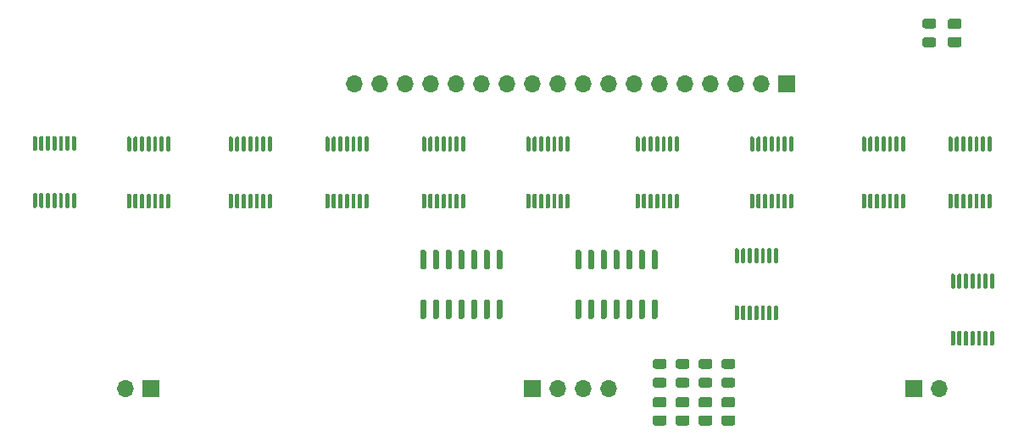
<source format=gbr>
%TF.GenerationSoftware,KiCad,Pcbnew,(5.1.10-1-10_14)*%
%TF.CreationDate,2021-11-22T02:45:21-05:00*%
%TF.ProjectId,control-unit,636f6e74-726f-46c2-9d75-6e69742e6b69,rev?*%
%TF.SameCoordinates,Original*%
%TF.FileFunction,Soldermask,Top*%
%TF.FilePolarity,Negative*%
%FSLAX46Y46*%
G04 Gerber Fmt 4.6, Leading zero omitted, Abs format (unit mm)*
G04 Created by KiCad (PCBNEW (5.1.10-1-10_14)) date 2021-11-22 02:45:21*
%MOMM*%
%LPD*%
G01*
G04 APERTURE LIST*
%ADD10R,1.700000X1.700000*%
%ADD11O,1.700000X1.700000*%
G04 APERTURE END LIST*
%TO.C,R5*%
G36*
G01*
X151949999Y-114192000D02*
X152850001Y-114192000D01*
G75*
G02*
X153100000Y-114441999I0J-249999D01*
G01*
X153100000Y-114967001D01*
G75*
G02*
X152850001Y-115217000I-249999J0D01*
G01*
X151949999Y-115217000D01*
G75*
G02*
X151700000Y-114967001I0J249999D01*
G01*
X151700000Y-114441999D01*
G75*
G02*
X151949999Y-114192000I249999J0D01*
G01*
G37*
G36*
G01*
X151949999Y-112367000D02*
X152850001Y-112367000D01*
G75*
G02*
X153100000Y-112616999I0J-249999D01*
G01*
X153100000Y-113142001D01*
G75*
G02*
X152850001Y-113392000I-249999J0D01*
G01*
X151949999Y-113392000D01*
G75*
G02*
X151700000Y-113142001I0J249999D01*
G01*
X151700000Y-112616999D01*
G75*
G02*
X151949999Y-112367000I249999J0D01*
G01*
G37*
%TD*%
%TO.C,R4*%
G36*
G01*
X154235999Y-114192000D02*
X155136001Y-114192000D01*
G75*
G02*
X155386000Y-114441999I0J-249999D01*
G01*
X155386000Y-114967001D01*
G75*
G02*
X155136001Y-115217000I-249999J0D01*
G01*
X154235999Y-115217000D01*
G75*
G02*
X153986000Y-114967001I0J249999D01*
G01*
X153986000Y-114441999D01*
G75*
G02*
X154235999Y-114192000I249999J0D01*
G01*
G37*
G36*
G01*
X154235999Y-112367000D02*
X155136001Y-112367000D01*
G75*
G02*
X155386000Y-112616999I0J-249999D01*
G01*
X155386000Y-113142001D01*
G75*
G02*
X155136001Y-113392000I-249999J0D01*
G01*
X154235999Y-113392000D01*
G75*
G02*
X153986000Y-113142001I0J249999D01*
G01*
X153986000Y-112616999D01*
G75*
G02*
X154235999Y-112367000I249999J0D01*
G01*
G37*
%TD*%
%TO.C,R3*%
G36*
G01*
X156521999Y-114192000D02*
X157422001Y-114192000D01*
G75*
G02*
X157672000Y-114441999I0J-249999D01*
G01*
X157672000Y-114967001D01*
G75*
G02*
X157422001Y-115217000I-249999J0D01*
G01*
X156521999Y-115217000D01*
G75*
G02*
X156272000Y-114967001I0J249999D01*
G01*
X156272000Y-114441999D01*
G75*
G02*
X156521999Y-114192000I249999J0D01*
G01*
G37*
G36*
G01*
X156521999Y-112367000D02*
X157422001Y-112367000D01*
G75*
G02*
X157672000Y-112616999I0J-249999D01*
G01*
X157672000Y-113142001D01*
G75*
G02*
X157422001Y-113392000I-249999J0D01*
G01*
X156521999Y-113392000D01*
G75*
G02*
X156272000Y-113142001I0J249999D01*
G01*
X156272000Y-112616999D01*
G75*
G02*
X156521999Y-112367000I249999J0D01*
G01*
G37*
%TD*%
%TO.C,R2*%
G36*
G01*
X158807999Y-114192000D02*
X159708001Y-114192000D01*
G75*
G02*
X159958000Y-114441999I0J-249999D01*
G01*
X159958000Y-114967001D01*
G75*
G02*
X159708001Y-115217000I-249999J0D01*
G01*
X158807999Y-115217000D01*
G75*
G02*
X158558000Y-114967001I0J249999D01*
G01*
X158558000Y-114441999D01*
G75*
G02*
X158807999Y-114192000I249999J0D01*
G01*
G37*
G36*
G01*
X158807999Y-112367000D02*
X159708001Y-112367000D01*
G75*
G02*
X159958000Y-112616999I0J-249999D01*
G01*
X159958000Y-113142001D01*
G75*
G02*
X159708001Y-113392000I-249999J0D01*
G01*
X158807999Y-113392000D01*
G75*
G02*
X158558000Y-113142001I0J249999D01*
G01*
X158558000Y-112616999D01*
G75*
G02*
X158807999Y-112367000I249999J0D01*
G01*
G37*
%TD*%
%TO.C,D5*%
G36*
G01*
X152856250Y-109532000D02*
X151943750Y-109532000D01*
G75*
G02*
X151700000Y-109288250I0J243750D01*
G01*
X151700000Y-108800750D01*
G75*
G02*
X151943750Y-108557000I243750J0D01*
G01*
X152856250Y-108557000D01*
G75*
G02*
X153100000Y-108800750I0J-243750D01*
G01*
X153100000Y-109288250D01*
G75*
G02*
X152856250Y-109532000I-243750J0D01*
G01*
G37*
G36*
G01*
X152856250Y-111407000D02*
X151943750Y-111407000D01*
G75*
G02*
X151700000Y-111163250I0J243750D01*
G01*
X151700000Y-110675750D01*
G75*
G02*
X151943750Y-110432000I243750J0D01*
G01*
X152856250Y-110432000D01*
G75*
G02*
X153100000Y-110675750I0J-243750D01*
G01*
X153100000Y-111163250D01*
G75*
G02*
X152856250Y-111407000I-243750J0D01*
G01*
G37*
%TD*%
%TO.C,D4*%
G36*
G01*
X155142250Y-109532000D02*
X154229750Y-109532000D01*
G75*
G02*
X153986000Y-109288250I0J243750D01*
G01*
X153986000Y-108800750D01*
G75*
G02*
X154229750Y-108557000I243750J0D01*
G01*
X155142250Y-108557000D01*
G75*
G02*
X155386000Y-108800750I0J-243750D01*
G01*
X155386000Y-109288250D01*
G75*
G02*
X155142250Y-109532000I-243750J0D01*
G01*
G37*
G36*
G01*
X155142250Y-111407000D02*
X154229750Y-111407000D01*
G75*
G02*
X153986000Y-111163250I0J243750D01*
G01*
X153986000Y-110675750D01*
G75*
G02*
X154229750Y-110432000I243750J0D01*
G01*
X155142250Y-110432000D01*
G75*
G02*
X155386000Y-110675750I0J-243750D01*
G01*
X155386000Y-111163250D01*
G75*
G02*
X155142250Y-111407000I-243750J0D01*
G01*
G37*
%TD*%
%TO.C,D3*%
G36*
G01*
X157428250Y-109532000D02*
X156515750Y-109532000D01*
G75*
G02*
X156272000Y-109288250I0J243750D01*
G01*
X156272000Y-108800750D01*
G75*
G02*
X156515750Y-108557000I243750J0D01*
G01*
X157428250Y-108557000D01*
G75*
G02*
X157672000Y-108800750I0J-243750D01*
G01*
X157672000Y-109288250D01*
G75*
G02*
X157428250Y-109532000I-243750J0D01*
G01*
G37*
G36*
G01*
X157428250Y-111407000D02*
X156515750Y-111407000D01*
G75*
G02*
X156272000Y-111163250I0J243750D01*
G01*
X156272000Y-110675750D01*
G75*
G02*
X156515750Y-110432000I243750J0D01*
G01*
X157428250Y-110432000D01*
G75*
G02*
X157672000Y-110675750I0J-243750D01*
G01*
X157672000Y-111163250D01*
G75*
G02*
X157428250Y-111407000I-243750J0D01*
G01*
G37*
%TD*%
%TO.C,D2*%
G36*
G01*
X159714250Y-109532000D02*
X158801750Y-109532000D01*
G75*
G02*
X158558000Y-109288250I0J243750D01*
G01*
X158558000Y-108800750D01*
G75*
G02*
X158801750Y-108557000I243750J0D01*
G01*
X159714250Y-108557000D01*
G75*
G02*
X159958000Y-108800750I0J-243750D01*
G01*
X159958000Y-109288250D01*
G75*
G02*
X159714250Y-109532000I-243750J0D01*
G01*
G37*
G36*
G01*
X159714250Y-111407000D02*
X158801750Y-111407000D01*
G75*
G02*
X158558000Y-111163250I0J243750D01*
G01*
X158558000Y-110675750D01*
G75*
G02*
X158801750Y-110432000I243750J0D01*
G01*
X159714250Y-110432000D01*
G75*
G02*
X159958000Y-110675750I0J-243750D01*
G01*
X159958000Y-111163250D01*
G75*
G02*
X159714250Y-111407000I-243750J0D01*
G01*
G37*
%TD*%
%TO.C,U11*%
G36*
G01*
X181792000Y-101507000D02*
X181592000Y-101507000D01*
G75*
G02*
X181492000Y-101407000I0J100000D01*
G01*
X181492000Y-100132000D01*
G75*
G02*
X181592000Y-100032000I100000J0D01*
G01*
X181792000Y-100032000D01*
G75*
G02*
X181892000Y-100132000I0J-100000D01*
G01*
X181892000Y-101407000D01*
G75*
G02*
X181792000Y-101507000I-100000J0D01*
G01*
G37*
G36*
G01*
X182442000Y-101507000D02*
X182242000Y-101507000D01*
G75*
G02*
X182142000Y-101407000I0J100000D01*
G01*
X182142000Y-100132000D01*
G75*
G02*
X182242000Y-100032000I100000J0D01*
G01*
X182442000Y-100032000D01*
G75*
G02*
X182542000Y-100132000I0J-100000D01*
G01*
X182542000Y-101407000D01*
G75*
G02*
X182442000Y-101507000I-100000J0D01*
G01*
G37*
G36*
G01*
X183092000Y-101507000D02*
X182892000Y-101507000D01*
G75*
G02*
X182792000Y-101407000I0J100000D01*
G01*
X182792000Y-100132000D01*
G75*
G02*
X182892000Y-100032000I100000J0D01*
G01*
X183092000Y-100032000D01*
G75*
G02*
X183192000Y-100132000I0J-100000D01*
G01*
X183192000Y-101407000D01*
G75*
G02*
X183092000Y-101507000I-100000J0D01*
G01*
G37*
G36*
G01*
X183742000Y-101507000D02*
X183542000Y-101507000D01*
G75*
G02*
X183442000Y-101407000I0J100000D01*
G01*
X183442000Y-100132000D01*
G75*
G02*
X183542000Y-100032000I100000J0D01*
G01*
X183742000Y-100032000D01*
G75*
G02*
X183842000Y-100132000I0J-100000D01*
G01*
X183842000Y-101407000D01*
G75*
G02*
X183742000Y-101507000I-100000J0D01*
G01*
G37*
G36*
G01*
X184392000Y-101507000D02*
X184192000Y-101507000D01*
G75*
G02*
X184092000Y-101407000I0J100000D01*
G01*
X184092000Y-100132000D01*
G75*
G02*
X184192000Y-100032000I100000J0D01*
G01*
X184392000Y-100032000D01*
G75*
G02*
X184492000Y-100132000I0J-100000D01*
G01*
X184492000Y-101407000D01*
G75*
G02*
X184392000Y-101507000I-100000J0D01*
G01*
G37*
G36*
G01*
X185042000Y-101507000D02*
X184842000Y-101507000D01*
G75*
G02*
X184742000Y-101407000I0J100000D01*
G01*
X184742000Y-100132000D01*
G75*
G02*
X184842000Y-100032000I100000J0D01*
G01*
X185042000Y-100032000D01*
G75*
G02*
X185142000Y-100132000I0J-100000D01*
G01*
X185142000Y-101407000D01*
G75*
G02*
X185042000Y-101507000I-100000J0D01*
G01*
G37*
G36*
G01*
X185692000Y-101507000D02*
X185492000Y-101507000D01*
G75*
G02*
X185392000Y-101407000I0J100000D01*
G01*
X185392000Y-100132000D01*
G75*
G02*
X185492000Y-100032000I100000J0D01*
G01*
X185692000Y-100032000D01*
G75*
G02*
X185792000Y-100132000I0J-100000D01*
G01*
X185792000Y-101407000D01*
G75*
G02*
X185692000Y-101507000I-100000J0D01*
G01*
G37*
G36*
G01*
X185692000Y-107232000D02*
X185492000Y-107232000D01*
G75*
G02*
X185392000Y-107132000I0J100000D01*
G01*
X185392000Y-105857000D01*
G75*
G02*
X185492000Y-105757000I100000J0D01*
G01*
X185692000Y-105757000D01*
G75*
G02*
X185792000Y-105857000I0J-100000D01*
G01*
X185792000Y-107132000D01*
G75*
G02*
X185692000Y-107232000I-100000J0D01*
G01*
G37*
G36*
G01*
X185042000Y-107232000D02*
X184842000Y-107232000D01*
G75*
G02*
X184742000Y-107132000I0J100000D01*
G01*
X184742000Y-105857000D01*
G75*
G02*
X184842000Y-105757000I100000J0D01*
G01*
X185042000Y-105757000D01*
G75*
G02*
X185142000Y-105857000I0J-100000D01*
G01*
X185142000Y-107132000D01*
G75*
G02*
X185042000Y-107232000I-100000J0D01*
G01*
G37*
G36*
G01*
X184392000Y-107232000D02*
X184192000Y-107232000D01*
G75*
G02*
X184092000Y-107132000I0J100000D01*
G01*
X184092000Y-105857000D01*
G75*
G02*
X184192000Y-105757000I100000J0D01*
G01*
X184392000Y-105757000D01*
G75*
G02*
X184492000Y-105857000I0J-100000D01*
G01*
X184492000Y-107132000D01*
G75*
G02*
X184392000Y-107232000I-100000J0D01*
G01*
G37*
G36*
G01*
X183742000Y-107232000D02*
X183542000Y-107232000D01*
G75*
G02*
X183442000Y-107132000I0J100000D01*
G01*
X183442000Y-105857000D01*
G75*
G02*
X183542000Y-105757000I100000J0D01*
G01*
X183742000Y-105757000D01*
G75*
G02*
X183842000Y-105857000I0J-100000D01*
G01*
X183842000Y-107132000D01*
G75*
G02*
X183742000Y-107232000I-100000J0D01*
G01*
G37*
G36*
G01*
X183092000Y-107232000D02*
X182892000Y-107232000D01*
G75*
G02*
X182792000Y-107132000I0J100000D01*
G01*
X182792000Y-105857000D01*
G75*
G02*
X182892000Y-105757000I100000J0D01*
G01*
X183092000Y-105757000D01*
G75*
G02*
X183192000Y-105857000I0J-100000D01*
G01*
X183192000Y-107132000D01*
G75*
G02*
X183092000Y-107232000I-100000J0D01*
G01*
G37*
G36*
G01*
X182442000Y-107232000D02*
X182242000Y-107232000D01*
G75*
G02*
X182142000Y-107132000I0J100000D01*
G01*
X182142000Y-105857000D01*
G75*
G02*
X182242000Y-105757000I100000J0D01*
G01*
X182442000Y-105757000D01*
G75*
G02*
X182542000Y-105857000I0J-100000D01*
G01*
X182542000Y-107132000D01*
G75*
G02*
X182442000Y-107232000I-100000J0D01*
G01*
G37*
G36*
G01*
X181792000Y-107232000D02*
X181592000Y-107232000D01*
G75*
G02*
X181492000Y-107132000I0J100000D01*
G01*
X181492000Y-105857000D01*
G75*
G02*
X181592000Y-105757000I100000J0D01*
G01*
X181792000Y-105757000D01*
G75*
G02*
X181892000Y-105857000I0J-100000D01*
G01*
X181892000Y-107132000D01*
G75*
G02*
X181792000Y-107232000I-100000J0D01*
G01*
G37*
%TD*%
D10*
%TO.C,J4*%
X177800000Y-111506000D03*
D11*
X180340000Y-111506000D03*
%TD*%
%TO.C,R1*%
G36*
G01*
X181413999Y-76346000D02*
X182314001Y-76346000D01*
G75*
G02*
X182564000Y-76595999I0J-249999D01*
G01*
X182564000Y-77121001D01*
G75*
G02*
X182314001Y-77371000I-249999J0D01*
G01*
X181413999Y-77371000D01*
G75*
G02*
X181164000Y-77121001I0J249999D01*
G01*
X181164000Y-76595999D01*
G75*
G02*
X181413999Y-76346000I249999J0D01*
G01*
G37*
G36*
G01*
X181413999Y-74521000D02*
X182314001Y-74521000D01*
G75*
G02*
X182564000Y-74770999I0J-249999D01*
G01*
X182564000Y-75296001D01*
G75*
G02*
X182314001Y-75546000I-249999J0D01*
G01*
X181413999Y-75546000D01*
G75*
G02*
X181164000Y-75296001I0J249999D01*
G01*
X181164000Y-74770999D01*
G75*
G02*
X181413999Y-74521000I249999J0D01*
G01*
G37*
%TD*%
%TO.C,D1*%
G36*
G01*
X179780250Y-75496000D02*
X178867750Y-75496000D01*
G75*
G02*
X178624000Y-75252250I0J243750D01*
G01*
X178624000Y-74764750D01*
G75*
G02*
X178867750Y-74521000I243750J0D01*
G01*
X179780250Y-74521000D01*
G75*
G02*
X180024000Y-74764750I0J-243750D01*
G01*
X180024000Y-75252250D01*
G75*
G02*
X179780250Y-75496000I-243750J0D01*
G01*
G37*
G36*
G01*
X179780250Y-77371000D02*
X178867750Y-77371000D01*
G75*
G02*
X178624000Y-77127250I0J243750D01*
G01*
X178624000Y-76639750D01*
G75*
G02*
X178867750Y-76396000I243750J0D01*
G01*
X179780250Y-76396000D01*
G75*
G02*
X180024000Y-76639750I0J-243750D01*
G01*
X180024000Y-77127250D01*
G75*
G02*
X179780250Y-77371000I-243750J0D01*
G01*
G37*
%TD*%
%TO.C,J3*%
X99060000Y-111506000D03*
D10*
X101600000Y-111506000D03*
%TD*%
%TO.C,U14*%
G36*
G01*
X144422000Y-99592000D02*
X144122000Y-99592000D01*
G75*
G02*
X143972000Y-99442000I0J150000D01*
G01*
X143972000Y-97792000D01*
G75*
G02*
X144122000Y-97642000I150000J0D01*
G01*
X144422000Y-97642000D01*
G75*
G02*
X144572000Y-97792000I0J-150000D01*
G01*
X144572000Y-99442000D01*
G75*
G02*
X144422000Y-99592000I-150000J0D01*
G01*
G37*
G36*
G01*
X145692000Y-99592000D02*
X145392000Y-99592000D01*
G75*
G02*
X145242000Y-99442000I0J150000D01*
G01*
X145242000Y-97792000D01*
G75*
G02*
X145392000Y-97642000I150000J0D01*
G01*
X145692000Y-97642000D01*
G75*
G02*
X145842000Y-97792000I0J-150000D01*
G01*
X145842000Y-99442000D01*
G75*
G02*
X145692000Y-99592000I-150000J0D01*
G01*
G37*
G36*
G01*
X146962000Y-99592000D02*
X146662000Y-99592000D01*
G75*
G02*
X146512000Y-99442000I0J150000D01*
G01*
X146512000Y-97792000D01*
G75*
G02*
X146662000Y-97642000I150000J0D01*
G01*
X146962000Y-97642000D01*
G75*
G02*
X147112000Y-97792000I0J-150000D01*
G01*
X147112000Y-99442000D01*
G75*
G02*
X146962000Y-99592000I-150000J0D01*
G01*
G37*
G36*
G01*
X148232000Y-99592000D02*
X147932000Y-99592000D01*
G75*
G02*
X147782000Y-99442000I0J150000D01*
G01*
X147782000Y-97792000D01*
G75*
G02*
X147932000Y-97642000I150000J0D01*
G01*
X148232000Y-97642000D01*
G75*
G02*
X148382000Y-97792000I0J-150000D01*
G01*
X148382000Y-99442000D01*
G75*
G02*
X148232000Y-99592000I-150000J0D01*
G01*
G37*
G36*
G01*
X149502000Y-99592000D02*
X149202000Y-99592000D01*
G75*
G02*
X149052000Y-99442000I0J150000D01*
G01*
X149052000Y-97792000D01*
G75*
G02*
X149202000Y-97642000I150000J0D01*
G01*
X149502000Y-97642000D01*
G75*
G02*
X149652000Y-97792000I0J-150000D01*
G01*
X149652000Y-99442000D01*
G75*
G02*
X149502000Y-99592000I-150000J0D01*
G01*
G37*
G36*
G01*
X150772000Y-99592000D02*
X150472000Y-99592000D01*
G75*
G02*
X150322000Y-99442000I0J150000D01*
G01*
X150322000Y-97792000D01*
G75*
G02*
X150472000Y-97642000I150000J0D01*
G01*
X150772000Y-97642000D01*
G75*
G02*
X150922000Y-97792000I0J-150000D01*
G01*
X150922000Y-99442000D01*
G75*
G02*
X150772000Y-99592000I-150000J0D01*
G01*
G37*
G36*
G01*
X152042000Y-99592000D02*
X151742000Y-99592000D01*
G75*
G02*
X151592000Y-99442000I0J150000D01*
G01*
X151592000Y-97792000D01*
G75*
G02*
X151742000Y-97642000I150000J0D01*
G01*
X152042000Y-97642000D01*
G75*
G02*
X152192000Y-97792000I0J-150000D01*
G01*
X152192000Y-99442000D01*
G75*
G02*
X152042000Y-99592000I-150000J0D01*
G01*
G37*
G36*
G01*
X152042000Y-104542000D02*
X151742000Y-104542000D01*
G75*
G02*
X151592000Y-104392000I0J150000D01*
G01*
X151592000Y-102742000D01*
G75*
G02*
X151742000Y-102592000I150000J0D01*
G01*
X152042000Y-102592000D01*
G75*
G02*
X152192000Y-102742000I0J-150000D01*
G01*
X152192000Y-104392000D01*
G75*
G02*
X152042000Y-104542000I-150000J0D01*
G01*
G37*
G36*
G01*
X150772000Y-104542000D02*
X150472000Y-104542000D01*
G75*
G02*
X150322000Y-104392000I0J150000D01*
G01*
X150322000Y-102742000D01*
G75*
G02*
X150472000Y-102592000I150000J0D01*
G01*
X150772000Y-102592000D01*
G75*
G02*
X150922000Y-102742000I0J-150000D01*
G01*
X150922000Y-104392000D01*
G75*
G02*
X150772000Y-104542000I-150000J0D01*
G01*
G37*
G36*
G01*
X149502000Y-104542000D02*
X149202000Y-104542000D01*
G75*
G02*
X149052000Y-104392000I0J150000D01*
G01*
X149052000Y-102742000D01*
G75*
G02*
X149202000Y-102592000I150000J0D01*
G01*
X149502000Y-102592000D01*
G75*
G02*
X149652000Y-102742000I0J-150000D01*
G01*
X149652000Y-104392000D01*
G75*
G02*
X149502000Y-104542000I-150000J0D01*
G01*
G37*
G36*
G01*
X148232000Y-104542000D02*
X147932000Y-104542000D01*
G75*
G02*
X147782000Y-104392000I0J150000D01*
G01*
X147782000Y-102742000D01*
G75*
G02*
X147932000Y-102592000I150000J0D01*
G01*
X148232000Y-102592000D01*
G75*
G02*
X148382000Y-102742000I0J-150000D01*
G01*
X148382000Y-104392000D01*
G75*
G02*
X148232000Y-104542000I-150000J0D01*
G01*
G37*
G36*
G01*
X146962000Y-104542000D02*
X146662000Y-104542000D01*
G75*
G02*
X146512000Y-104392000I0J150000D01*
G01*
X146512000Y-102742000D01*
G75*
G02*
X146662000Y-102592000I150000J0D01*
G01*
X146962000Y-102592000D01*
G75*
G02*
X147112000Y-102742000I0J-150000D01*
G01*
X147112000Y-104392000D01*
G75*
G02*
X146962000Y-104542000I-150000J0D01*
G01*
G37*
G36*
G01*
X145692000Y-104542000D02*
X145392000Y-104542000D01*
G75*
G02*
X145242000Y-104392000I0J150000D01*
G01*
X145242000Y-102742000D01*
G75*
G02*
X145392000Y-102592000I150000J0D01*
G01*
X145692000Y-102592000D01*
G75*
G02*
X145842000Y-102742000I0J-150000D01*
G01*
X145842000Y-104392000D01*
G75*
G02*
X145692000Y-104542000I-150000J0D01*
G01*
G37*
G36*
G01*
X144422000Y-104542000D02*
X144122000Y-104542000D01*
G75*
G02*
X143972000Y-104392000I0J150000D01*
G01*
X143972000Y-102742000D01*
G75*
G02*
X144122000Y-102592000I150000J0D01*
G01*
X144422000Y-102592000D01*
G75*
G02*
X144572000Y-102742000I0J-150000D01*
G01*
X144572000Y-104392000D01*
G75*
G02*
X144422000Y-104542000I-150000J0D01*
G01*
G37*
%TD*%
%TO.C,U13*%
G36*
G01*
X128928000Y-99592000D02*
X128628000Y-99592000D01*
G75*
G02*
X128478000Y-99442000I0J150000D01*
G01*
X128478000Y-97792000D01*
G75*
G02*
X128628000Y-97642000I150000J0D01*
G01*
X128928000Y-97642000D01*
G75*
G02*
X129078000Y-97792000I0J-150000D01*
G01*
X129078000Y-99442000D01*
G75*
G02*
X128928000Y-99592000I-150000J0D01*
G01*
G37*
G36*
G01*
X130198000Y-99592000D02*
X129898000Y-99592000D01*
G75*
G02*
X129748000Y-99442000I0J150000D01*
G01*
X129748000Y-97792000D01*
G75*
G02*
X129898000Y-97642000I150000J0D01*
G01*
X130198000Y-97642000D01*
G75*
G02*
X130348000Y-97792000I0J-150000D01*
G01*
X130348000Y-99442000D01*
G75*
G02*
X130198000Y-99592000I-150000J0D01*
G01*
G37*
G36*
G01*
X131468000Y-99592000D02*
X131168000Y-99592000D01*
G75*
G02*
X131018000Y-99442000I0J150000D01*
G01*
X131018000Y-97792000D01*
G75*
G02*
X131168000Y-97642000I150000J0D01*
G01*
X131468000Y-97642000D01*
G75*
G02*
X131618000Y-97792000I0J-150000D01*
G01*
X131618000Y-99442000D01*
G75*
G02*
X131468000Y-99592000I-150000J0D01*
G01*
G37*
G36*
G01*
X132738000Y-99592000D02*
X132438000Y-99592000D01*
G75*
G02*
X132288000Y-99442000I0J150000D01*
G01*
X132288000Y-97792000D01*
G75*
G02*
X132438000Y-97642000I150000J0D01*
G01*
X132738000Y-97642000D01*
G75*
G02*
X132888000Y-97792000I0J-150000D01*
G01*
X132888000Y-99442000D01*
G75*
G02*
X132738000Y-99592000I-150000J0D01*
G01*
G37*
G36*
G01*
X134008000Y-99592000D02*
X133708000Y-99592000D01*
G75*
G02*
X133558000Y-99442000I0J150000D01*
G01*
X133558000Y-97792000D01*
G75*
G02*
X133708000Y-97642000I150000J0D01*
G01*
X134008000Y-97642000D01*
G75*
G02*
X134158000Y-97792000I0J-150000D01*
G01*
X134158000Y-99442000D01*
G75*
G02*
X134008000Y-99592000I-150000J0D01*
G01*
G37*
G36*
G01*
X135278000Y-99592000D02*
X134978000Y-99592000D01*
G75*
G02*
X134828000Y-99442000I0J150000D01*
G01*
X134828000Y-97792000D01*
G75*
G02*
X134978000Y-97642000I150000J0D01*
G01*
X135278000Y-97642000D01*
G75*
G02*
X135428000Y-97792000I0J-150000D01*
G01*
X135428000Y-99442000D01*
G75*
G02*
X135278000Y-99592000I-150000J0D01*
G01*
G37*
G36*
G01*
X136548000Y-99592000D02*
X136248000Y-99592000D01*
G75*
G02*
X136098000Y-99442000I0J150000D01*
G01*
X136098000Y-97792000D01*
G75*
G02*
X136248000Y-97642000I150000J0D01*
G01*
X136548000Y-97642000D01*
G75*
G02*
X136698000Y-97792000I0J-150000D01*
G01*
X136698000Y-99442000D01*
G75*
G02*
X136548000Y-99592000I-150000J0D01*
G01*
G37*
G36*
G01*
X136548000Y-104542000D02*
X136248000Y-104542000D01*
G75*
G02*
X136098000Y-104392000I0J150000D01*
G01*
X136098000Y-102742000D01*
G75*
G02*
X136248000Y-102592000I150000J0D01*
G01*
X136548000Y-102592000D01*
G75*
G02*
X136698000Y-102742000I0J-150000D01*
G01*
X136698000Y-104392000D01*
G75*
G02*
X136548000Y-104542000I-150000J0D01*
G01*
G37*
G36*
G01*
X135278000Y-104542000D02*
X134978000Y-104542000D01*
G75*
G02*
X134828000Y-104392000I0J150000D01*
G01*
X134828000Y-102742000D01*
G75*
G02*
X134978000Y-102592000I150000J0D01*
G01*
X135278000Y-102592000D01*
G75*
G02*
X135428000Y-102742000I0J-150000D01*
G01*
X135428000Y-104392000D01*
G75*
G02*
X135278000Y-104542000I-150000J0D01*
G01*
G37*
G36*
G01*
X134008000Y-104542000D02*
X133708000Y-104542000D01*
G75*
G02*
X133558000Y-104392000I0J150000D01*
G01*
X133558000Y-102742000D01*
G75*
G02*
X133708000Y-102592000I150000J0D01*
G01*
X134008000Y-102592000D01*
G75*
G02*
X134158000Y-102742000I0J-150000D01*
G01*
X134158000Y-104392000D01*
G75*
G02*
X134008000Y-104542000I-150000J0D01*
G01*
G37*
G36*
G01*
X132738000Y-104542000D02*
X132438000Y-104542000D01*
G75*
G02*
X132288000Y-104392000I0J150000D01*
G01*
X132288000Y-102742000D01*
G75*
G02*
X132438000Y-102592000I150000J0D01*
G01*
X132738000Y-102592000D01*
G75*
G02*
X132888000Y-102742000I0J-150000D01*
G01*
X132888000Y-104392000D01*
G75*
G02*
X132738000Y-104542000I-150000J0D01*
G01*
G37*
G36*
G01*
X131468000Y-104542000D02*
X131168000Y-104542000D01*
G75*
G02*
X131018000Y-104392000I0J150000D01*
G01*
X131018000Y-102742000D01*
G75*
G02*
X131168000Y-102592000I150000J0D01*
G01*
X131468000Y-102592000D01*
G75*
G02*
X131618000Y-102742000I0J-150000D01*
G01*
X131618000Y-104392000D01*
G75*
G02*
X131468000Y-104542000I-150000J0D01*
G01*
G37*
G36*
G01*
X130198000Y-104542000D02*
X129898000Y-104542000D01*
G75*
G02*
X129748000Y-104392000I0J150000D01*
G01*
X129748000Y-102742000D01*
G75*
G02*
X129898000Y-102592000I150000J0D01*
G01*
X130198000Y-102592000D01*
G75*
G02*
X130348000Y-102742000I0J-150000D01*
G01*
X130348000Y-104392000D01*
G75*
G02*
X130198000Y-104542000I-150000J0D01*
G01*
G37*
G36*
G01*
X128928000Y-104542000D02*
X128628000Y-104542000D01*
G75*
G02*
X128478000Y-104392000I0J150000D01*
G01*
X128478000Y-102742000D01*
G75*
G02*
X128628000Y-102592000I150000J0D01*
G01*
X128928000Y-102592000D01*
G75*
G02*
X129078000Y-102742000I0J-150000D01*
G01*
X129078000Y-104392000D01*
G75*
G02*
X128928000Y-104542000I-150000J0D01*
G01*
G37*
%TD*%
%TO.C,U12*%
G36*
G01*
X160202000Y-98967000D02*
X160002000Y-98967000D01*
G75*
G02*
X159902000Y-98867000I0J100000D01*
G01*
X159902000Y-97592000D01*
G75*
G02*
X160002000Y-97492000I100000J0D01*
G01*
X160202000Y-97492000D01*
G75*
G02*
X160302000Y-97592000I0J-100000D01*
G01*
X160302000Y-98867000D01*
G75*
G02*
X160202000Y-98967000I-100000J0D01*
G01*
G37*
G36*
G01*
X160852000Y-98967000D02*
X160652000Y-98967000D01*
G75*
G02*
X160552000Y-98867000I0J100000D01*
G01*
X160552000Y-97592000D01*
G75*
G02*
X160652000Y-97492000I100000J0D01*
G01*
X160852000Y-97492000D01*
G75*
G02*
X160952000Y-97592000I0J-100000D01*
G01*
X160952000Y-98867000D01*
G75*
G02*
X160852000Y-98967000I-100000J0D01*
G01*
G37*
G36*
G01*
X161502000Y-98967000D02*
X161302000Y-98967000D01*
G75*
G02*
X161202000Y-98867000I0J100000D01*
G01*
X161202000Y-97592000D01*
G75*
G02*
X161302000Y-97492000I100000J0D01*
G01*
X161502000Y-97492000D01*
G75*
G02*
X161602000Y-97592000I0J-100000D01*
G01*
X161602000Y-98867000D01*
G75*
G02*
X161502000Y-98967000I-100000J0D01*
G01*
G37*
G36*
G01*
X162152000Y-98967000D02*
X161952000Y-98967000D01*
G75*
G02*
X161852000Y-98867000I0J100000D01*
G01*
X161852000Y-97592000D01*
G75*
G02*
X161952000Y-97492000I100000J0D01*
G01*
X162152000Y-97492000D01*
G75*
G02*
X162252000Y-97592000I0J-100000D01*
G01*
X162252000Y-98867000D01*
G75*
G02*
X162152000Y-98967000I-100000J0D01*
G01*
G37*
G36*
G01*
X162802000Y-98967000D02*
X162602000Y-98967000D01*
G75*
G02*
X162502000Y-98867000I0J100000D01*
G01*
X162502000Y-97592000D01*
G75*
G02*
X162602000Y-97492000I100000J0D01*
G01*
X162802000Y-97492000D01*
G75*
G02*
X162902000Y-97592000I0J-100000D01*
G01*
X162902000Y-98867000D01*
G75*
G02*
X162802000Y-98967000I-100000J0D01*
G01*
G37*
G36*
G01*
X163452000Y-98967000D02*
X163252000Y-98967000D01*
G75*
G02*
X163152000Y-98867000I0J100000D01*
G01*
X163152000Y-97592000D01*
G75*
G02*
X163252000Y-97492000I100000J0D01*
G01*
X163452000Y-97492000D01*
G75*
G02*
X163552000Y-97592000I0J-100000D01*
G01*
X163552000Y-98867000D01*
G75*
G02*
X163452000Y-98967000I-100000J0D01*
G01*
G37*
G36*
G01*
X164102000Y-98967000D02*
X163902000Y-98967000D01*
G75*
G02*
X163802000Y-98867000I0J100000D01*
G01*
X163802000Y-97592000D01*
G75*
G02*
X163902000Y-97492000I100000J0D01*
G01*
X164102000Y-97492000D01*
G75*
G02*
X164202000Y-97592000I0J-100000D01*
G01*
X164202000Y-98867000D01*
G75*
G02*
X164102000Y-98967000I-100000J0D01*
G01*
G37*
G36*
G01*
X164102000Y-104692000D02*
X163902000Y-104692000D01*
G75*
G02*
X163802000Y-104592000I0J100000D01*
G01*
X163802000Y-103317000D01*
G75*
G02*
X163902000Y-103217000I100000J0D01*
G01*
X164102000Y-103217000D01*
G75*
G02*
X164202000Y-103317000I0J-100000D01*
G01*
X164202000Y-104592000D01*
G75*
G02*
X164102000Y-104692000I-100000J0D01*
G01*
G37*
G36*
G01*
X163452000Y-104692000D02*
X163252000Y-104692000D01*
G75*
G02*
X163152000Y-104592000I0J100000D01*
G01*
X163152000Y-103317000D01*
G75*
G02*
X163252000Y-103217000I100000J0D01*
G01*
X163452000Y-103217000D01*
G75*
G02*
X163552000Y-103317000I0J-100000D01*
G01*
X163552000Y-104592000D01*
G75*
G02*
X163452000Y-104692000I-100000J0D01*
G01*
G37*
G36*
G01*
X162802000Y-104692000D02*
X162602000Y-104692000D01*
G75*
G02*
X162502000Y-104592000I0J100000D01*
G01*
X162502000Y-103317000D01*
G75*
G02*
X162602000Y-103217000I100000J0D01*
G01*
X162802000Y-103217000D01*
G75*
G02*
X162902000Y-103317000I0J-100000D01*
G01*
X162902000Y-104592000D01*
G75*
G02*
X162802000Y-104692000I-100000J0D01*
G01*
G37*
G36*
G01*
X162152000Y-104692000D02*
X161952000Y-104692000D01*
G75*
G02*
X161852000Y-104592000I0J100000D01*
G01*
X161852000Y-103317000D01*
G75*
G02*
X161952000Y-103217000I100000J0D01*
G01*
X162152000Y-103217000D01*
G75*
G02*
X162252000Y-103317000I0J-100000D01*
G01*
X162252000Y-104592000D01*
G75*
G02*
X162152000Y-104692000I-100000J0D01*
G01*
G37*
G36*
G01*
X161502000Y-104692000D02*
X161302000Y-104692000D01*
G75*
G02*
X161202000Y-104592000I0J100000D01*
G01*
X161202000Y-103317000D01*
G75*
G02*
X161302000Y-103217000I100000J0D01*
G01*
X161502000Y-103217000D01*
G75*
G02*
X161602000Y-103317000I0J-100000D01*
G01*
X161602000Y-104592000D01*
G75*
G02*
X161502000Y-104692000I-100000J0D01*
G01*
G37*
G36*
G01*
X160852000Y-104692000D02*
X160652000Y-104692000D01*
G75*
G02*
X160552000Y-104592000I0J100000D01*
G01*
X160552000Y-103317000D01*
G75*
G02*
X160652000Y-103217000I100000J0D01*
G01*
X160852000Y-103217000D01*
G75*
G02*
X160952000Y-103317000I0J-100000D01*
G01*
X160952000Y-104592000D01*
G75*
G02*
X160852000Y-104692000I-100000J0D01*
G01*
G37*
G36*
G01*
X160202000Y-104692000D02*
X160002000Y-104692000D01*
G75*
G02*
X159902000Y-104592000I0J100000D01*
G01*
X159902000Y-103317000D01*
G75*
G02*
X160002000Y-103217000I100000J0D01*
G01*
X160202000Y-103217000D01*
G75*
G02*
X160302000Y-103317000I0J-100000D01*
G01*
X160302000Y-104592000D01*
G75*
G02*
X160202000Y-104692000I-100000J0D01*
G01*
G37*
%TD*%
%TO.C,U10*%
G36*
G01*
X181538000Y-87791000D02*
X181338000Y-87791000D01*
G75*
G02*
X181238000Y-87691000I0J100000D01*
G01*
X181238000Y-86416000D01*
G75*
G02*
X181338000Y-86316000I100000J0D01*
G01*
X181538000Y-86316000D01*
G75*
G02*
X181638000Y-86416000I0J-100000D01*
G01*
X181638000Y-87691000D01*
G75*
G02*
X181538000Y-87791000I-100000J0D01*
G01*
G37*
G36*
G01*
X182188000Y-87791000D02*
X181988000Y-87791000D01*
G75*
G02*
X181888000Y-87691000I0J100000D01*
G01*
X181888000Y-86416000D01*
G75*
G02*
X181988000Y-86316000I100000J0D01*
G01*
X182188000Y-86316000D01*
G75*
G02*
X182288000Y-86416000I0J-100000D01*
G01*
X182288000Y-87691000D01*
G75*
G02*
X182188000Y-87791000I-100000J0D01*
G01*
G37*
G36*
G01*
X182838000Y-87791000D02*
X182638000Y-87791000D01*
G75*
G02*
X182538000Y-87691000I0J100000D01*
G01*
X182538000Y-86416000D01*
G75*
G02*
X182638000Y-86316000I100000J0D01*
G01*
X182838000Y-86316000D01*
G75*
G02*
X182938000Y-86416000I0J-100000D01*
G01*
X182938000Y-87691000D01*
G75*
G02*
X182838000Y-87791000I-100000J0D01*
G01*
G37*
G36*
G01*
X183488000Y-87791000D02*
X183288000Y-87791000D01*
G75*
G02*
X183188000Y-87691000I0J100000D01*
G01*
X183188000Y-86416000D01*
G75*
G02*
X183288000Y-86316000I100000J0D01*
G01*
X183488000Y-86316000D01*
G75*
G02*
X183588000Y-86416000I0J-100000D01*
G01*
X183588000Y-87691000D01*
G75*
G02*
X183488000Y-87791000I-100000J0D01*
G01*
G37*
G36*
G01*
X184138000Y-87791000D02*
X183938000Y-87791000D01*
G75*
G02*
X183838000Y-87691000I0J100000D01*
G01*
X183838000Y-86416000D01*
G75*
G02*
X183938000Y-86316000I100000J0D01*
G01*
X184138000Y-86316000D01*
G75*
G02*
X184238000Y-86416000I0J-100000D01*
G01*
X184238000Y-87691000D01*
G75*
G02*
X184138000Y-87791000I-100000J0D01*
G01*
G37*
G36*
G01*
X184788000Y-87791000D02*
X184588000Y-87791000D01*
G75*
G02*
X184488000Y-87691000I0J100000D01*
G01*
X184488000Y-86416000D01*
G75*
G02*
X184588000Y-86316000I100000J0D01*
G01*
X184788000Y-86316000D01*
G75*
G02*
X184888000Y-86416000I0J-100000D01*
G01*
X184888000Y-87691000D01*
G75*
G02*
X184788000Y-87791000I-100000J0D01*
G01*
G37*
G36*
G01*
X185438000Y-87791000D02*
X185238000Y-87791000D01*
G75*
G02*
X185138000Y-87691000I0J100000D01*
G01*
X185138000Y-86416000D01*
G75*
G02*
X185238000Y-86316000I100000J0D01*
G01*
X185438000Y-86316000D01*
G75*
G02*
X185538000Y-86416000I0J-100000D01*
G01*
X185538000Y-87691000D01*
G75*
G02*
X185438000Y-87791000I-100000J0D01*
G01*
G37*
G36*
G01*
X185438000Y-93516000D02*
X185238000Y-93516000D01*
G75*
G02*
X185138000Y-93416000I0J100000D01*
G01*
X185138000Y-92141000D01*
G75*
G02*
X185238000Y-92041000I100000J0D01*
G01*
X185438000Y-92041000D01*
G75*
G02*
X185538000Y-92141000I0J-100000D01*
G01*
X185538000Y-93416000D01*
G75*
G02*
X185438000Y-93516000I-100000J0D01*
G01*
G37*
G36*
G01*
X184788000Y-93516000D02*
X184588000Y-93516000D01*
G75*
G02*
X184488000Y-93416000I0J100000D01*
G01*
X184488000Y-92141000D01*
G75*
G02*
X184588000Y-92041000I100000J0D01*
G01*
X184788000Y-92041000D01*
G75*
G02*
X184888000Y-92141000I0J-100000D01*
G01*
X184888000Y-93416000D01*
G75*
G02*
X184788000Y-93516000I-100000J0D01*
G01*
G37*
G36*
G01*
X184138000Y-93516000D02*
X183938000Y-93516000D01*
G75*
G02*
X183838000Y-93416000I0J100000D01*
G01*
X183838000Y-92141000D01*
G75*
G02*
X183938000Y-92041000I100000J0D01*
G01*
X184138000Y-92041000D01*
G75*
G02*
X184238000Y-92141000I0J-100000D01*
G01*
X184238000Y-93416000D01*
G75*
G02*
X184138000Y-93516000I-100000J0D01*
G01*
G37*
G36*
G01*
X183488000Y-93516000D02*
X183288000Y-93516000D01*
G75*
G02*
X183188000Y-93416000I0J100000D01*
G01*
X183188000Y-92141000D01*
G75*
G02*
X183288000Y-92041000I100000J0D01*
G01*
X183488000Y-92041000D01*
G75*
G02*
X183588000Y-92141000I0J-100000D01*
G01*
X183588000Y-93416000D01*
G75*
G02*
X183488000Y-93516000I-100000J0D01*
G01*
G37*
G36*
G01*
X182838000Y-93516000D02*
X182638000Y-93516000D01*
G75*
G02*
X182538000Y-93416000I0J100000D01*
G01*
X182538000Y-92141000D01*
G75*
G02*
X182638000Y-92041000I100000J0D01*
G01*
X182838000Y-92041000D01*
G75*
G02*
X182938000Y-92141000I0J-100000D01*
G01*
X182938000Y-93416000D01*
G75*
G02*
X182838000Y-93516000I-100000J0D01*
G01*
G37*
G36*
G01*
X182188000Y-93516000D02*
X181988000Y-93516000D01*
G75*
G02*
X181888000Y-93416000I0J100000D01*
G01*
X181888000Y-92141000D01*
G75*
G02*
X181988000Y-92041000I100000J0D01*
G01*
X182188000Y-92041000D01*
G75*
G02*
X182288000Y-92141000I0J-100000D01*
G01*
X182288000Y-93416000D01*
G75*
G02*
X182188000Y-93516000I-100000J0D01*
G01*
G37*
G36*
G01*
X181538000Y-93516000D02*
X181338000Y-93516000D01*
G75*
G02*
X181238000Y-93416000I0J100000D01*
G01*
X181238000Y-92141000D01*
G75*
G02*
X181338000Y-92041000I100000J0D01*
G01*
X181538000Y-92041000D01*
G75*
G02*
X181638000Y-92141000I0J-100000D01*
G01*
X181638000Y-93416000D01*
G75*
G02*
X181538000Y-93516000I-100000J0D01*
G01*
G37*
%TD*%
%TO.C,U9*%
G36*
G01*
X172902000Y-87791000D02*
X172702000Y-87791000D01*
G75*
G02*
X172602000Y-87691000I0J100000D01*
G01*
X172602000Y-86416000D01*
G75*
G02*
X172702000Y-86316000I100000J0D01*
G01*
X172902000Y-86316000D01*
G75*
G02*
X173002000Y-86416000I0J-100000D01*
G01*
X173002000Y-87691000D01*
G75*
G02*
X172902000Y-87791000I-100000J0D01*
G01*
G37*
G36*
G01*
X173552000Y-87791000D02*
X173352000Y-87791000D01*
G75*
G02*
X173252000Y-87691000I0J100000D01*
G01*
X173252000Y-86416000D01*
G75*
G02*
X173352000Y-86316000I100000J0D01*
G01*
X173552000Y-86316000D01*
G75*
G02*
X173652000Y-86416000I0J-100000D01*
G01*
X173652000Y-87691000D01*
G75*
G02*
X173552000Y-87791000I-100000J0D01*
G01*
G37*
G36*
G01*
X174202000Y-87791000D02*
X174002000Y-87791000D01*
G75*
G02*
X173902000Y-87691000I0J100000D01*
G01*
X173902000Y-86416000D01*
G75*
G02*
X174002000Y-86316000I100000J0D01*
G01*
X174202000Y-86316000D01*
G75*
G02*
X174302000Y-86416000I0J-100000D01*
G01*
X174302000Y-87691000D01*
G75*
G02*
X174202000Y-87791000I-100000J0D01*
G01*
G37*
G36*
G01*
X174852000Y-87791000D02*
X174652000Y-87791000D01*
G75*
G02*
X174552000Y-87691000I0J100000D01*
G01*
X174552000Y-86416000D01*
G75*
G02*
X174652000Y-86316000I100000J0D01*
G01*
X174852000Y-86316000D01*
G75*
G02*
X174952000Y-86416000I0J-100000D01*
G01*
X174952000Y-87691000D01*
G75*
G02*
X174852000Y-87791000I-100000J0D01*
G01*
G37*
G36*
G01*
X175502000Y-87791000D02*
X175302000Y-87791000D01*
G75*
G02*
X175202000Y-87691000I0J100000D01*
G01*
X175202000Y-86416000D01*
G75*
G02*
X175302000Y-86316000I100000J0D01*
G01*
X175502000Y-86316000D01*
G75*
G02*
X175602000Y-86416000I0J-100000D01*
G01*
X175602000Y-87691000D01*
G75*
G02*
X175502000Y-87791000I-100000J0D01*
G01*
G37*
G36*
G01*
X176152000Y-87791000D02*
X175952000Y-87791000D01*
G75*
G02*
X175852000Y-87691000I0J100000D01*
G01*
X175852000Y-86416000D01*
G75*
G02*
X175952000Y-86316000I100000J0D01*
G01*
X176152000Y-86316000D01*
G75*
G02*
X176252000Y-86416000I0J-100000D01*
G01*
X176252000Y-87691000D01*
G75*
G02*
X176152000Y-87791000I-100000J0D01*
G01*
G37*
G36*
G01*
X176802000Y-87791000D02*
X176602000Y-87791000D01*
G75*
G02*
X176502000Y-87691000I0J100000D01*
G01*
X176502000Y-86416000D01*
G75*
G02*
X176602000Y-86316000I100000J0D01*
G01*
X176802000Y-86316000D01*
G75*
G02*
X176902000Y-86416000I0J-100000D01*
G01*
X176902000Y-87691000D01*
G75*
G02*
X176802000Y-87791000I-100000J0D01*
G01*
G37*
G36*
G01*
X176802000Y-93516000D02*
X176602000Y-93516000D01*
G75*
G02*
X176502000Y-93416000I0J100000D01*
G01*
X176502000Y-92141000D01*
G75*
G02*
X176602000Y-92041000I100000J0D01*
G01*
X176802000Y-92041000D01*
G75*
G02*
X176902000Y-92141000I0J-100000D01*
G01*
X176902000Y-93416000D01*
G75*
G02*
X176802000Y-93516000I-100000J0D01*
G01*
G37*
G36*
G01*
X176152000Y-93516000D02*
X175952000Y-93516000D01*
G75*
G02*
X175852000Y-93416000I0J100000D01*
G01*
X175852000Y-92141000D01*
G75*
G02*
X175952000Y-92041000I100000J0D01*
G01*
X176152000Y-92041000D01*
G75*
G02*
X176252000Y-92141000I0J-100000D01*
G01*
X176252000Y-93416000D01*
G75*
G02*
X176152000Y-93516000I-100000J0D01*
G01*
G37*
G36*
G01*
X175502000Y-93516000D02*
X175302000Y-93516000D01*
G75*
G02*
X175202000Y-93416000I0J100000D01*
G01*
X175202000Y-92141000D01*
G75*
G02*
X175302000Y-92041000I100000J0D01*
G01*
X175502000Y-92041000D01*
G75*
G02*
X175602000Y-92141000I0J-100000D01*
G01*
X175602000Y-93416000D01*
G75*
G02*
X175502000Y-93516000I-100000J0D01*
G01*
G37*
G36*
G01*
X174852000Y-93516000D02*
X174652000Y-93516000D01*
G75*
G02*
X174552000Y-93416000I0J100000D01*
G01*
X174552000Y-92141000D01*
G75*
G02*
X174652000Y-92041000I100000J0D01*
G01*
X174852000Y-92041000D01*
G75*
G02*
X174952000Y-92141000I0J-100000D01*
G01*
X174952000Y-93416000D01*
G75*
G02*
X174852000Y-93516000I-100000J0D01*
G01*
G37*
G36*
G01*
X174202000Y-93516000D02*
X174002000Y-93516000D01*
G75*
G02*
X173902000Y-93416000I0J100000D01*
G01*
X173902000Y-92141000D01*
G75*
G02*
X174002000Y-92041000I100000J0D01*
G01*
X174202000Y-92041000D01*
G75*
G02*
X174302000Y-92141000I0J-100000D01*
G01*
X174302000Y-93416000D01*
G75*
G02*
X174202000Y-93516000I-100000J0D01*
G01*
G37*
G36*
G01*
X173552000Y-93516000D02*
X173352000Y-93516000D01*
G75*
G02*
X173252000Y-93416000I0J100000D01*
G01*
X173252000Y-92141000D01*
G75*
G02*
X173352000Y-92041000I100000J0D01*
G01*
X173552000Y-92041000D01*
G75*
G02*
X173652000Y-92141000I0J-100000D01*
G01*
X173652000Y-93416000D01*
G75*
G02*
X173552000Y-93516000I-100000J0D01*
G01*
G37*
G36*
G01*
X172902000Y-93516000D02*
X172702000Y-93516000D01*
G75*
G02*
X172602000Y-93416000I0J100000D01*
G01*
X172602000Y-92141000D01*
G75*
G02*
X172702000Y-92041000I100000J0D01*
G01*
X172902000Y-92041000D01*
G75*
G02*
X173002000Y-92141000I0J-100000D01*
G01*
X173002000Y-93416000D01*
G75*
G02*
X172902000Y-93516000I-100000J0D01*
G01*
G37*
%TD*%
%TO.C,U8*%
G36*
G01*
X161726000Y-87791000D02*
X161526000Y-87791000D01*
G75*
G02*
X161426000Y-87691000I0J100000D01*
G01*
X161426000Y-86416000D01*
G75*
G02*
X161526000Y-86316000I100000J0D01*
G01*
X161726000Y-86316000D01*
G75*
G02*
X161826000Y-86416000I0J-100000D01*
G01*
X161826000Y-87691000D01*
G75*
G02*
X161726000Y-87791000I-100000J0D01*
G01*
G37*
G36*
G01*
X162376000Y-87791000D02*
X162176000Y-87791000D01*
G75*
G02*
X162076000Y-87691000I0J100000D01*
G01*
X162076000Y-86416000D01*
G75*
G02*
X162176000Y-86316000I100000J0D01*
G01*
X162376000Y-86316000D01*
G75*
G02*
X162476000Y-86416000I0J-100000D01*
G01*
X162476000Y-87691000D01*
G75*
G02*
X162376000Y-87791000I-100000J0D01*
G01*
G37*
G36*
G01*
X163026000Y-87791000D02*
X162826000Y-87791000D01*
G75*
G02*
X162726000Y-87691000I0J100000D01*
G01*
X162726000Y-86416000D01*
G75*
G02*
X162826000Y-86316000I100000J0D01*
G01*
X163026000Y-86316000D01*
G75*
G02*
X163126000Y-86416000I0J-100000D01*
G01*
X163126000Y-87691000D01*
G75*
G02*
X163026000Y-87791000I-100000J0D01*
G01*
G37*
G36*
G01*
X163676000Y-87791000D02*
X163476000Y-87791000D01*
G75*
G02*
X163376000Y-87691000I0J100000D01*
G01*
X163376000Y-86416000D01*
G75*
G02*
X163476000Y-86316000I100000J0D01*
G01*
X163676000Y-86316000D01*
G75*
G02*
X163776000Y-86416000I0J-100000D01*
G01*
X163776000Y-87691000D01*
G75*
G02*
X163676000Y-87791000I-100000J0D01*
G01*
G37*
G36*
G01*
X164326000Y-87791000D02*
X164126000Y-87791000D01*
G75*
G02*
X164026000Y-87691000I0J100000D01*
G01*
X164026000Y-86416000D01*
G75*
G02*
X164126000Y-86316000I100000J0D01*
G01*
X164326000Y-86316000D01*
G75*
G02*
X164426000Y-86416000I0J-100000D01*
G01*
X164426000Y-87691000D01*
G75*
G02*
X164326000Y-87791000I-100000J0D01*
G01*
G37*
G36*
G01*
X164976000Y-87791000D02*
X164776000Y-87791000D01*
G75*
G02*
X164676000Y-87691000I0J100000D01*
G01*
X164676000Y-86416000D01*
G75*
G02*
X164776000Y-86316000I100000J0D01*
G01*
X164976000Y-86316000D01*
G75*
G02*
X165076000Y-86416000I0J-100000D01*
G01*
X165076000Y-87691000D01*
G75*
G02*
X164976000Y-87791000I-100000J0D01*
G01*
G37*
G36*
G01*
X165626000Y-87791000D02*
X165426000Y-87791000D01*
G75*
G02*
X165326000Y-87691000I0J100000D01*
G01*
X165326000Y-86416000D01*
G75*
G02*
X165426000Y-86316000I100000J0D01*
G01*
X165626000Y-86316000D01*
G75*
G02*
X165726000Y-86416000I0J-100000D01*
G01*
X165726000Y-87691000D01*
G75*
G02*
X165626000Y-87791000I-100000J0D01*
G01*
G37*
G36*
G01*
X165626000Y-93516000D02*
X165426000Y-93516000D01*
G75*
G02*
X165326000Y-93416000I0J100000D01*
G01*
X165326000Y-92141000D01*
G75*
G02*
X165426000Y-92041000I100000J0D01*
G01*
X165626000Y-92041000D01*
G75*
G02*
X165726000Y-92141000I0J-100000D01*
G01*
X165726000Y-93416000D01*
G75*
G02*
X165626000Y-93516000I-100000J0D01*
G01*
G37*
G36*
G01*
X164976000Y-93516000D02*
X164776000Y-93516000D01*
G75*
G02*
X164676000Y-93416000I0J100000D01*
G01*
X164676000Y-92141000D01*
G75*
G02*
X164776000Y-92041000I100000J0D01*
G01*
X164976000Y-92041000D01*
G75*
G02*
X165076000Y-92141000I0J-100000D01*
G01*
X165076000Y-93416000D01*
G75*
G02*
X164976000Y-93516000I-100000J0D01*
G01*
G37*
G36*
G01*
X164326000Y-93516000D02*
X164126000Y-93516000D01*
G75*
G02*
X164026000Y-93416000I0J100000D01*
G01*
X164026000Y-92141000D01*
G75*
G02*
X164126000Y-92041000I100000J0D01*
G01*
X164326000Y-92041000D01*
G75*
G02*
X164426000Y-92141000I0J-100000D01*
G01*
X164426000Y-93416000D01*
G75*
G02*
X164326000Y-93516000I-100000J0D01*
G01*
G37*
G36*
G01*
X163676000Y-93516000D02*
X163476000Y-93516000D01*
G75*
G02*
X163376000Y-93416000I0J100000D01*
G01*
X163376000Y-92141000D01*
G75*
G02*
X163476000Y-92041000I100000J0D01*
G01*
X163676000Y-92041000D01*
G75*
G02*
X163776000Y-92141000I0J-100000D01*
G01*
X163776000Y-93416000D01*
G75*
G02*
X163676000Y-93516000I-100000J0D01*
G01*
G37*
G36*
G01*
X163026000Y-93516000D02*
X162826000Y-93516000D01*
G75*
G02*
X162726000Y-93416000I0J100000D01*
G01*
X162726000Y-92141000D01*
G75*
G02*
X162826000Y-92041000I100000J0D01*
G01*
X163026000Y-92041000D01*
G75*
G02*
X163126000Y-92141000I0J-100000D01*
G01*
X163126000Y-93416000D01*
G75*
G02*
X163026000Y-93516000I-100000J0D01*
G01*
G37*
G36*
G01*
X162376000Y-93516000D02*
X162176000Y-93516000D01*
G75*
G02*
X162076000Y-93416000I0J100000D01*
G01*
X162076000Y-92141000D01*
G75*
G02*
X162176000Y-92041000I100000J0D01*
G01*
X162376000Y-92041000D01*
G75*
G02*
X162476000Y-92141000I0J-100000D01*
G01*
X162476000Y-93416000D01*
G75*
G02*
X162376000Y-93516000I-100000J0D01*
G01*
G37*
G36*
G01*
X161726000Y-93516000D02*
X161526000Y-93516000D01*
G75*
G02*
X161426000Y-93416000I0J100000D01*
G01*
X161426000Y-92141000D01*
G75*
G02*
X161526000Y-92041000I100000J0D01*
G01*
X161726000Y-92041000D01*
G75*
G02*
X161826000Y-92141000I0J-100000D01*
G01*
X161826000Y-93416000D01*
G75*
G02*
X161726000Y-93516000I-100000J0D01*
G01*
G37*
%TD*%
%TO.C,U7*%
G36*
G01*
X150296000Y-87791000D02*
X150096000Y-87791000D01*
G75*
G02*
X149996000Y-87691000I0J100000D01*
G01*
X149996000Y-86416000D01*
G75*
G02*
X150096000Y-86316000I100000J0D01*
G01*
X150296000Y-86316000D01*
G75*
G02*
X150396000Y-86416000I0J-100000D01*
G01*
X150396000Y-87691000D01*
G75*
G02*
X150296000Y-87791000I-100000J0D01*
G01*
G37*
G36*
G01*
X150946000Y-87791000D02*
X150746000Y-87791000D01*
G75*
G02*
X150646000Y-87691000I0J100000D01*
G01*
X150646000Y-86416000D01*
G75*
G02*
X150746000Y-86316000I100000J0D01*
G01*
X150946000Y-86316000D01*
G75*
G02*
X151046000Y-86416000I0J-100000D01*
G01*
X151046000Y-87691000D01*
G75*
G02*
X150946000Y-87791000I-100000J0D01*
G01*
G37*
G36*
G01*
X151596000Y-87791000D02*
X151396000Y-87791000D01*
G75*
G02*
X151296000Y-87691000I0J100000D01*
G01*
X151296000Y-86416000D01*
G75*
G02*
X151396000Y-86316000I100000J0D01*
G01*
X151596000Y-86316000D01*
G75*
G02*
X151696000Y-86416000I0J-100000D01*
G01*
X151696000Y-87691000D01*
G75*
G02*
X151596000Y-87791000I-100000J0D01*
G01*
G37*
G36*
G01*
X152246000Y-87791000D02*
X152046000Y-87791000D01*
G75*
G02*
X151946000Y-87691000I0J100000D01*
G01*
X151946000Y-86416000D01*
G75*
G02*
X152046000Y-86316000I100000J0D01*
G01*
X152246000Y-86316000D01*
G75*
G02*
X152346000Y-86416000I0J-100000D01*
G01*
X152346000Y-87691000D01*
G75*
G02*
X152246000Y-87791000I-100000J0D01*
G01*
G37*
G36*
G01*
X152896000Y-87791000D02*
X152696000Y-87791000D01*
G75*
G02*
X152596000Y-87691000I0J100000D01*
G01*
X152596000Y-86416000D01*
G75*
G02*
X152696000Y-86316000I100000J0D01*
G01*
X152896000Y-86316000D01*
G75*
G02*
X152996000Y-86416000I0J-100000D01*
G01*
X152996000Y-87691000D01*
G75*
G02*
X152896000Y-87791000I-100000J0D01*
G01*
G37*
G36*
G01*
X153546000Y-87791000D02*
X153346000Y-87791000D01*
G75*
G02*
X153246000Y-87691000I0J100000D01*
G01*
X153246000Y-86416000D01*
G75*
G02*
X153346000Y-86316000I100000J0D01*
G01*
X153546000Y-86316000D01*
G75*
G02*
X153646000Y-86416000I0J-100000D01*
G01*
X153646000Y-87691000D01*
G75*
G02*
X153546000Y-87791000I-100000J0D01*
G01*
G37*
G36*
G01*
X154196000Y-87791000D02*
X153996000Y-87791000D01*
G75*
G02*
X153896000Y-87691000I0J100000D01*
G01*
X153896000Y-86416000D01*
G75*
G02*
X153996000Y-86316000I100000J0D01*
G01*
X154196000Y-86316000D01*
G75*
G02*
X154296000Y-86416000I0J-100000D01*
G01*
X154296000Y-87691000D01*
G75*
G02*
X154196000Y-87791000I-100000J0D01*
G01*
G37*
G36*
G01*
X154196000Y-93516000D02*
X153996000Y-93516000D01*
G75*
G02*
X153896000Y-93416000I0J100000D01*
G01*
X153896000Y-92141000D01*
G75*
G02*
X153996000Y-92041000I100000J0D01*
G01*
X154196000Y-92041000D01*
G75*
G02*
X154296000Y-92141000I0J-100000D01*
G01*
X154296000Y-93416000D01*
G75*
G02*
X154196000Y-93516000I-100000J0D01*
G01*
G37*
G36*
G01*
X153546000Y-93516000D02*
X153346000Y-93516000D01*
G75*
G02*
X153246000Y-93416000I0J100000D01*
G01*
X153246000Y-92141000D01*
G75*
G02*
X153346000Y-92041000I100000J0D01*
G01*
X153546000Y-92041000D01*
G75*
G02*
X153646000Y-92141000I0J-100000D01*
G01*
X153646000Y-93416000D01*
G75*
G02*
X153546000Y-93516000I-100000J0D01*
G01*
G37*
G36*
G01*
X152896000Y-93516000D02*
X152696000Y-93516000D01*
G75*
G02*
X152596000Y-93416000I0J100000D01*
G01*
X152596000Y-92141000D01*
G75*
G02*
X152696000Y-92041000I100000J0D01*
G01*
X152896000Y-92041000D01*
G75*
G02*
X152996000Y-92141000I0J-100000D01*
G01*
X152996000Y-93416000D01*
G75*
G02*
X152896000Y-93516000I-100000J0D01*
G01*
G37*
G36*
G01*
X152246000Y-93516000D02*
X152046000Y-93516000D01*
G75*
G02*
X151946000Y-93416000I0J100000D01*
G01*
X151946000Y-92141000D01*
G75*
G02*
X152046000Y-92041000I100000J0D01*
G01*
X152246000Y-92041000D01*
G75*
G02*
X152346000Y-92141000I0J-100000D01*
G01*
X152346000Y-93416000D01*
G75*
G02*
X152246000Y-93516000I-100000J0D01*
G01*
G37*
G36*
G01*
X151596000Y-93516000D02*
X151396000Y-93516000D01*
G75*
G02*
X151296000Y-93416000I0J100000D01*
G01*
X151296000Y-92141000D01*
G75*
G02*
X151396000Y-92041000I100000J0D01*
G01*
X151596000Y-92041000D01*
G75*
G02*
X151696000Y-92141000I0J-100000D01*
G01*
X151696000Y-93416000D01*
G75*
G02*
X151596000Y-93516000I-100000J0D01*
G01*
G37*
G36*
G01*
X150946000Y-93516000D02*
X150746000Y-93516000D01*
G75*
G02*
X150646000Y-93416000I0J100000D01*
G01*
X150646000Y-92141000D01*
G75*
G02*
X150746000Y-92041000I100000J0D01*
G01*
X150946000Y-92041000D01*
G75*
G02*
X151046000Y-92141000I0J-100000D01*
G01*
X151046000Y-93416000D01*
G75*
G02*
X150946000Y-93516000I-100000J0D01*
G01*
G37*
G36*
G01*
X150296000Y-93516000D02*
X150096000Y-93516000D01*
G75*
G02*
X149996000Y-93416000I0J100000D01*
G01*
X149996000Y-92141000D01*
G75*
G02*
X150096000Y-92041000I100000J0D01*
G01*
X150296000Y-92041000D01*
G75*
G02*
X150396000Y-92141000I0J-100000D01*
G01*
X150396000Y-93416000D01*
G75*
G02*
X150296000Y-93516000I-100000J0D01*
G01*
G37*
%TD*%
%TO.C,U6*%
G36*
G01*
X139374000Y-87791000D02*
X139174000Y-87791000D01*
G75*
G02*
X139074000Y-87691000I0J100000D01*
G01*
X139074000Y-86416000D01*
G75*
G02*
X139174000Y-86316000I100000J0D01*
G01*
X139374000Y-86316000D01*
G75*
G02*
X139474000Y-86416000I0J-100000D01*
G01*
X139474000Y-87691000D01*
G75*
G02*
X139374000Y-87791000I-100000J0D01*
G01*
G37*
G36*
G01*
X140024000Y-87791000D02*
X139824000Y-87791000D01*
G75*
G02*
X139724000Y-87691000I0J100000D01*
G01*
X139724000Y-86416000D01*
G75*
G02*
X139824000Y-86316000I100000J0D01*
G01*
X140024000Y-86316000D01*
G75*
G02*
X140124000Y-86416000I0J-100000D01*
G01*
X140124000Y-87691000D01*
G75*
G02*
X140024000Y-87791000I-100000J0D01*
G01*
G37*
G36*
G01*
X140674000Y-87791000D02*
X140474000Y-87791000D01*
G75*
G02*
X140374000Y-87691000I0J100000D01*
G01*
X140374000Y-86416000D01*
G75*
G02*
X140474000Y-86316000I100000J0D01*
G01*
X140674000Y-86316000D01*
G75*
G02*
X140774000Y-86416000I0J-100000D01*
G01*
X140774000Y-87691000D01*
G75*
G02*
X140674000Y-87791000I-100000J0D01*
G01*
G37*
G36*
G01*
X141324000Y-87791000D02*
X141124000Y-87791000D01*
G75*
G02*
X141024000Y-87691000I0J100000D01*
G01*
X141024000Y-86416000D01*
G75*
G02*
X141124000Y-86316000I100000J0D01*
G01*
X141324000Y-86316000D01*
G75*
G02*
X141424000Y-86416000I0J-100000D01*
G01*
X141424000Y-87691000D01*
G75*
G02*
X141324000Y-87791000I-100000J0D01*
G01*
G37*
G36*
G01*
X141974000Y-87791000D02*
X141774000Y-87791000D01*
G75*
G02*
X141674000Y-87691000I0J100000D01*
G01*
X141674000Y-86416000D01*
G75*
G02*
X141774000Y-86316000I100000J0D01*
G01*
X141974000Y-86316000D01*
G75*
G02*
X142074000Y-86416000I0J-100000D01*
G01*
X142074000Y-87691000D01*
G75*
G02*
X141974000Y-87791000I-100000J0D01*
G01*
G37*
G36*
G01*
X142624000Y-87791000D02*
X142424000Y-87791000D01*
G75*
G02*
X142324000Y-87691000I0J100000D01*
G01*
X142324000Y-86416000D01*
G75*
G02*
X142424000Y-86316000I100000J0D01*
G01*
X142624000Y-86316000D01*
G75*
G02*
X142724000Y-86416000I0J-100000D01*
G01*
X142724000Y-87691000D01*
G75*
G02*
X142624000Y-87791000I-100000J0D01*
G01*
G37*
G36*
G01*
X143274000Y-87791000D02*
X143074000Y-87791000D01*
G75*
G02*
X142974000Y-87691000I0J100000D01*
G01*
X142974000Y-86416000D01*
G75*
G02*
X143074000Y-86316000I100000J0D01*
G01*
X143274000Y-86316000D01*
G75*
G02*
X143374000Y-86416000I0J-100000D01*
G01*
X143374000Y-87691000D01*
G75*
G02*
X143274000Y-87791000I-100000J0D01*
G01*
G37*
G36*
G01*
X143274000Y-93516000D02*
X143074000Y-93516000D01*
G75*
G02*
X142974000Y-93416000I0J100000D01*
G01*
X142974000Y-92141000D01*
G75*
G02*
X143074000Y-92041000I100000J0D01*
G01*
X143274000Y-92041000D01*
G75*
G02*
X143374000Y-92141000I0J-100000D01*
G01*
X143374000Y-93416000D01*
G75*
G02*
X143274000Y-93516000I-100000J0D01*
G01*
G37*
G36*
G01*
X142624000Y-93516000D02*
X142424000Y-93516000D01*
G75*
G02*
X142324000Y-93416000I0J100000D01*
G01*
X142324000Y-92141000D01*
G75*
G02*
X142424000Y-92041000I100000J0D01*
G01*
X142624000Y-92041000D01*
G75*
G02*
X142724000Y-92141000I0J-100000D01*
G01*
X142724000Y-93416000D01*
G75*
G02*
X142624000Y-93516000I-100000J0D01*
G01*
G37*
G36*
G01*
X141974000Y-93516000D02*
X141774000Y-93516000D01*
G75*
G02*
X141674000Y-93416000I0J100000D01*
G01*
X141674000Y-92141000D01*
G75*
G02*
X141774000Y-92041000I100000J0D01*
G01*
X141974000Y-92041000D01*
G75*
G02*
X142074000Y-92141000I0J-100000D01*
G01*
X142074000Y-93416000D01*
G75*
G02*
X141974000Y-93516000I-100000J0D01*
G01*
G37*
G36*
G01*
X141324000Y-93516000D02*
X141124000Y-93516000D01*
G75*
G02*
X141024000Y-93416000I0J100000D01*
G01*
X141024000Y-92141000D01*
G75*
G02*
X141124000Y-92041000I100000J0D01*
G01*
X141324000Y-92041000D01*
G75*
G02*
X141424000Y-92141000I0J-100000D01*
G01*
X141424000Y-93416000D01*
G75*
G02*
X141324000Y-93516000I-100000J0D01*
G01*
G37*
G36*
G01*
X140674000Y-93516000D02*
X140474000Y-93516000D01*
G75*
G02*
X140374000Y-93416000I0J100000D01*
G01*
X140374000Y-92141000D01*
G75*
G02*
X140474000Y-92041000I100000J0D01*
G01*
X140674000Y-92041000D01*
G75*
G02*
X140774000Y-92141000I0J-100000D01*
G01*
X140774000Y-93416000D01*
G75*
G02*
X140674000Y-93516000I-100000J0D01*
G01*
G37*
G36*
G01*
X140024000Y-93516000D02*
X139824000Y-93516000D01*
G75*
G02*
X139724000Y-93416000I0J100000D01*
G01*
X139724000Y-92141000D01*
G75*
G02*
X139824000Y-92041000I100000J0D01*
G01*
X140024000Y-92041000D01*
G75*
G02*
X140124000Y-92141000I0J-100000D01*
G01*
X140124000Y-93416000D01*
G75*
G02*
X140024000Y-93516000I-100000J0D01*
G01*
G37*
G36*
G01*
X139374000Y-93516000D02*
X139174000Y-93516000D01*
G75*
G02*
X139074000Y-93416000I0J100000D01*
G01*
X139074000Y-92141000D01*
G75*
G02*
X139174000Y-92041000I100000J0D01*
G01*
X139374000Y-92041000D01*
G75*
G02*
X139474000Y-92141000I0J-100000D01*
G01*
X139474000Y-93416000D01*
G75*
G02*
X139374000Y-93516000I-100000J0D01*
G01*
G37*
%TD*%
%TO.C,U5*%
G36*
G01*
X128960000Y-87791000D02*
X128760000Y-87791000D01*
G75*
G02*
X128660000Y-87691000I0J100000D01*
G01*
X128660000Y-86416000D01*
G75*
G02*
X128760000Y-86316000I100000J0D01*
G01*
X128960000Y-86316000D01*
G75*
G02*
X129060000Y-86416000I0J-100000D01*
G01*
X129060000Y-87691000D01*
G75*
G02*
X128960000Y-87791000I-100000J0D01*
G01*
G37*
G36*
G01*
X129610000Y-87791000D02*
X129410000Y-87791000D01*
G75*
G02*
X129310000Y-87691000I0J100000D01*
G01*
X129310000Y-86416000D01*
G75*
G02*
X129410000Y-86316000I100000J0D01*
G01*
X129610000Y-86316000D01*
G75*
G02*
X129710000Y-86416000I0J-100000D01*
G01*
X129710000Y-87691000D01*
G75*
G02*
X129610000Y-87791000I-100000J0D01*
G01*
G37*
G36*
G01*
X130260000Y-87791000D02*
X130060000Y-87791000D01*
G75*
G02*
X129960000Y-87691000I0J100000D01*
G01*
X129960000Y-86416000D01*
G75*
G02*
X130060000Y-86316000I100000J0D01*
G01*
X130260000Y-86316000D01*
G75*
G02*
X130360000Y-86416000I0J-100000D01*
G01*
X130360000Y-87691000D01*
G75*
G02*
X130260000Y-87791000I-100000J0D01*
G01*
G37*
G36*
G01*
X130910000Y-87791000D02*
X130710000Y-87791000D01*
G75*
G02*
X130610000Y-87691000I0J100000D01*
G01*
X130610000Y-86416000D01*
G75*
G02*
X130710000Y-86316000I100000J0D01*
G01*
X130910000Y-86316000D01*
G75*
G02*
X131010000Y-86416000I0J-100000D01*
G01*
X131010000Y-87691000D01*
G75*
G02*
X130910000Y-87791000I-100000J0D01*
G01*
G37*
G36*
G01*
X131560000Y-87791000D02*
X131360000Y-87791000D01*
G75*
G02*
X131260000Y-87691000I0J100000D01*
G01*
X131260000Y-86416000D01*
G75*
G02*
X131360000Y-86316000I100000J0D01*
G01*
X131560000Y-86316000D01*
G75*
G02*
X131660000Y-86416000I0J-100000D01*
G01*
X131660000Y-87691000D01*
G75*
G02*
X131560000Y-87791000I-100000J0D01*
G01*
G37*
G36*
G01*
X132210000Y-87791000D02*
X132010000Y-87791000D01*
G75*
G02*
X131910000Y-87691000I0J100000D01*
G01*
X131910000Y-86416000D01*
G75*
G02*
X132010000Y-86316000I100000J0D01*
G01*
X132210000Y-86316000D01*
G75*
G02*
X132310000Y-86416000I0J-100000D01*
G01*
X132310000Y-87691000D01*
G75*
G02*
X132210000Y-87791000I-100000J0D01*
G01*
G37*
G36*
G01*
X132860000Y-87791000D02*
X132660000Y-87791000D01*
G75*
G02*
X132560000Y-87691000I0J100000D01*
G01*
X132560000Y-86416000D01*
G75*
G02*
X132660000Y-86316000I100000J0D01*
G01*
X132860000Y-86316000D01*
G75*
G02*
X132960000Y-86416000I0J-100000D01*
G01*
X132960000Y-87691000D01*
G75*
G02*
X132860000Y-87791000I-100000J0D01*
G01*
G37*
G36*
G01*
X132860000Y-93516000D02*
X132660000Y-93516000D01*
G75*
G02*
X132560000Y-93416000I0J100000D01*
G01*
X132560000Y-92141000D01*
G75*
G02*
X132660000Y-92041000I100000J0D01*
G01*
X132860000Y-92041000D01*
G75*
G02*
X132960000Y-92141000I0J-100000D01*
G01*
X132960000Y-93416000D01*
G75*
G02*
X132860000Y-93516000I-100000J0D01*
G01*
G37*
G36*
G01*
X132210000Y-93516000D02*
X132010000Y-93516000D01*
G75*
G02*
X131910000Y-93416000I0J100000D01*
G01*
X131910000Y-92141000D01*
G75*
G02*
X132010000Y-92041000I100000J0D01*
G01*
X132210000Y-92041000D01*
G75*
G02*
X132310000Y-92141000I0J-100000D01*
G01*
X132310000Y-93416000D01*
G75*
G02*
X132210000Y-93516000I-100000J0D01*
G01*
G37*
G36*
G01*
X131560000Y-93516000D02*
X131360000Y-93516000D01*
G75*
G02*
X131260000Y-93416000I0J100000D01*
G01*
X131260000Y-92141000D01*
G75*
G02*
X131360000Y-92041000I100000J0D01*
G01*
X131560000Y-92041000D01*
G75*
G02*
X131660000Y-92141000I0J-100000D01*
G01*
X131660000Y-93416000D01*
G75*
G02*
X131560000Y-93516000I-100000J0D01*
G01*
G37*
G36*
G01*
X130910000Y-93516000D02*
X130710000Y-93516000D01*
G75*
G02*
X130610000Y-93416000I0J100000D01*
G01*
X130610000Y-92141000D01*
G75*
G02*
X130710000Y-92041000I100000J0D01*
G01*
X130910000Y-92041000D01*
G75*
G02*
X131010000Y-92141000I0J-100000D01*
G01*
X131010000Y-93416000D01*
G75*
G02*
X130910000Y-93516000I-100000J0D01*
G01*
G37*
G36*
G01*
X130260000Y-93516000D02*
X130060000Y-93516000D01*
G75*
G02*
X129960000Y-93416000I0J100000D01*
G01*
X129960000Y-92141000D01*
G75*
G02*
X130060000Y-92041000I100000J0D01*
G01*
X130260000Y-92041000D01*
G75*
G02*
X130360000Y-92141000I0J-100000D01*
G01*
X130360000Y-93416000D01*
G75*
G02*
X130260000Y-93516000I-100000J0D01*
G01*
G37*
G36*
G01*
X129610000Y-93516000D02*
X129410000Y-93516000D01*
G75*
G02*
X129310000Y-93416000I0J100000D01*
G01*
X129310000Y-92141000D01*
G75*
G02*
X129410000Y-92041000I100000J0D01*
G01*
X129610000Y-92041000D01*
G75*
G02*
X129710000Y-92141000I0J-100000D01*
G01*
X129710000Y-93416000D01*
G75*
G02*
X129610000Y-93516000I-100000J0D01*
G01*
G37*
G36*
G01*
X128960000Y-93516000D02*
X128760000Y-93516000D01*
G75*
G02*
X128660000Y-93416000I0J100000D01*
G01*
X128660000Y-92141000D01*
G75*
G02*
X128760000Y-92041000I100000J0D01*
G01*
X128960000Y-92041000D01*
G75*
G02*
X129060000Y-92141000I0J-100000D01*
G01*
X129060000Y-93416000D01*
G75*
G02*
X128960000Y-93516000I-100000J0D01*
G01*
G37*
%TD*%
%TO.C,U4*%
G36*
G01*
X119308000Y-87791000D02*
X119108000Y-87791000D01*
G75*
G02*
X119008000Y-87691000I0J100000D01*
G01*
X119008000Y-86416000D01*
G75*
G02*
X119108000Y-86316000I100000J0D01*
G01*
X119308000Y-86316000D01*
G75*
G02*
X119408000Y-86416000I0J-100000D01*
G01*
X119408000Y-87691000D01*
G75*
G02*
X119308000Y-87791000I-100000J0D01*
G01*
G37*
G36*
G01*
X119958000Y-87791000D02*
X119758000Y-87791000D01*
G75*
G02*
X119658000Y-87691000I0J100000D01*
G01*
X119658000Y-86416000D01*
G75*
G02*
X119758000Y-86316000I100000J0D01*
G01*
X119958000Y-86316000D01*
G75*
G02*
X120058000Y-86416000I0J-100000D01*
G01*
X120058000Y-87691000D01*
G75*
G02*
X119958000Y-87791000I-100000J0D01*
G01*
G37*
G36*
G01*
X120608000Y-87791000D02*
X120408000Y-87791000D01*
G75*
G02*
X120308000Y-87691000I0J100000D01*
G01*
X120308000Y-86416000D01*
G75*
G02*
X120408000Y-86316000I100000J0D01*
G01*
X120608000Y-86316000D01*
G75*
G02*
X120708000Y-86416000I0J-100000D01*
G01*
X120708000Y-87691000D01*
G75*
G02*
X120608000Y-87791000I-100000J0D01*
G01*
G37*
G36*
G01*
X121258000Y-87791000D02*
X121058000Y-87791000D01*
G75*
G02*
X120958000Y-87691000I0J100000D01*
G01*
X120958000Y-86416000D01*
G75*
G02*
X121058000Y-86316000I100000J0D01*
G01*
X121258000Y-86316000D01*
G75*
G02*
X121358000Y-86416000I0J-100000D01*
G01*
X121358000Y-87691000D01*
G75*
G02*
X121258000Y-87791000I-100000J0D01*
G01*
G37*
G36*
G01*
X121908000Y-87791000D02*
X121708000Y-87791000D01*
G75*
G02*
X121608000Y-87691000I0J100000D01*
G01*
X121608000Y-86416000D01*
G75*
G02*
X121708000Y-86316000I100000J0D01*
G01*
X121908000Y-86316000D01*
G75*
G02*
X122008000Y-86416000I0J-100000D01*
G01*
X122008000Y-87691000D01*
G75*
G02*
X121908000Y-87791000I-100000J0D01*
G01*
G37*
G36*
G01*
X122558000Y-87791000D02*
X122358000Y-87791000D01*
G75*
G02*
X122258000Y-87691000I0J100000D01*
G01*
X122258000Y-86416000D01*
G75*
G02*
X122358000Y-86316000I100000J0D01*
G01*
X122558000Y-86316000D01*
G75*
G02*
X122658000Y-86416000I0J-100000D01*
G01*
X122658000Y-87691000D01*
G75*
G02*
X122558000Y-87791000I-100000J0D01*
G01*
G37*
G36*
G01*
X123208000Y-87791000D02*
X123008000Y-87791000D01*
G75*
G02*
X122908000Y-87691000I0J100000D01*
G01*
X122908000Y-86416000D01*
G75*
G02*
X123008000Y-86316000I100000J0D01*
G01*
X123208000Y-86316000D01*
G75*
G02*
X123308000Y-86416000I0J-100000D01*
G01*
X123308000Y-87691000D01*
G75*
G02*
X123208000Y-87791000I-100000J0D01*
G01*
G37*
G36*
G01*
X123208000Y-93516000D02*
X123008000Y-93516000D01*
G75*
G02*
X122908000Y-93416000I0J100000D01*
G01*
X122908000Y-92141000D01*
G75*
G02*
X123008000Y-92041000I100000J0D01*
G01*
X123208000Y-92041000D01*
G75*
G02*
X123308000Y-92141000I0J-100000D01*
G01*
X123308000Y-93416000D01*
G75*
G02*
X123208000Y-93516000I-100000J0D01*
G01*
G37*
G36*
G01*
X122558000Y-93516000D02*
X122358000Y-93516000D01*
G75*
G02*
X122258000Y-93416000I0J100000D01*
G01*
X122258000Y-92141000D01*
G75*
G02*
X122358000Y-92041000I100000J0D01*
G01*
X122558000Y-92041000D01*
G75*
G02*
X122658000Y-92141000I0J-100000D01*
G01*
X122658000Y-93416000D01*
G75*
G02*
X122558000Y-93516000I-100000J0D01*
G01*
G37*
G36*
G01*
X121908000Y-93516000D02*
X121708000Y-93516000D01*
G75*
G02*
X121608000Y-93416000I0J100000D01*
G01*
X121608000Y-92141000D01*
G75*
G02*
X121708000Y-92041000I100000J0D01*
G01*
X121908000Y-92041000D01*
G75*
G02*
X122008000Y-92141000I0J-100000D01*
G01*
X122008000Y-93416000D01*
G75*
G02*
X121908000Y-93516000I-100000J0D01*
G01*
G37*
G36*
G01*
X121258000Y-93516000D02*
X121058000Y-93516000D01*
G75*
G02*
X120958000Y-93416000I0J100000D01*
G01*
X120958000Y-92141000D01*
G75*
G02*
X121058000Y-92041000I100000J0D01*
G01*
X121258000Y-92041000D01*
G75*
G02*
X121358000Y-92141000I0J-100000D01*
G01*
X121358000Y-93416000D01*
G75*
G02*
X121258000Y-93516000I-100000J0D01*
G01*
G37*
G36*
G01*
X120608000Y-93516000D02*
X120408000Y-93516000D01*
G75*
G02*
X120308000Y-93416000I0J100000D01*
G01*
X120308000Y-92141000D01*
G75*
G02*
X120408000Y-92041000I100000J0D01*
G01*
X120608000Y-92041000D01*
G75*
G02*
X120708000Y-92141000I0J-100000D01*
G01*
X120708000Y-93416000D01*
G75*
G02*
X120608000Y-93516000I-100000J0D01*
G01*
G37*
G36*
G01*
X119958000Y-93516000D02*
X119758000Y-93516000D01*
G75*
G02*
X119658000Y-93416000I0J100000D01*
G01*
X119658000Y-92141000D01*
G75*
G02*
X119758000Y-92041000I100000J0D01*
G01*
X119958000Y-92041000D01*
G75*
G02*
X120058000Y-92141000I0J-100000D01*
G01*
X120058000Y-93416000D01*
G75*
G02*
X119958000Y-93516000I-100000J0D01*
G01*
G37*
G36*
G01*
X119308000Y-93516000D02*
X119108000Y-93516000D01*
G75*
G02*
X119008000Y-93416000I0J100000D01*
G01*
X119008000Y-92141000D01*
G75*
G02*
X119108000Y-92041000I100000J0D01*
G01*
X119308000Y-92041000D01*
G75*
G02*
X119408000Y-92141000I0J-100000D01*
G01*
X119408000Y-93416000D01*
G75*
G02*
X119308000Y-93516000I-100000J0D01*
G01*
G37*
%TD*%
%TO.C,U3*%
G36*
G01*
X109656000Y-87791000D02*
X109456000Y-87791000D01*
G75*
G02*
X109356000Y-87691000I0J100000D01*
G01*
X109356000Y-86416000D01*
G75*
G02*
X109456000Y-86316000I100000J0D01*
G01*
X109656000Y-86316000D01*
G75*
G02*
X109756000Y-86416000I0J-100000D01*
G01*
X109756000Y-87691000D01*
G75*
G02*
X109656000Y-87791000I-100000J0D01*
G01*
G37*
G36*
G01*
X110306000Y-87791000D02*
X110106000Y-87791000D01*
G75*
G02*
X110006000Y-87691000I0J100000D01*
G01*
X110006000Y-86416000D01*
G75*
G02*
X110106000Y-86316000I100000J0D01*
G01*
X110306000Y-86316000D01*
G75*
G02*
X110406000Y-86416000I0J-100000D01*
G01*
X110406000Y-87691000D01*
G75*
G02*
X110306000Y-87791000I-100000J0D01*
G01*
G37*
G36*
G01*
X110956000Y-87791000D02*
X110756000Y-87791000D01*
G75*
G02*
X110656000Y-87691000I0J100000D01*
G01*
X110656000Y-86416000D01*
G75*
G02*
X110756000Y-86316000I100000J0D01*
G01*
X110956000Y-86316000D01*
G75*
G02*
X111056000Y-86416000I0J-100000D01*
G01*
X111056000Y-87691000D01*
G75*
G02*
X110956000Y-87791000I-100000J0D01*
G01*
G37*
G36*
G01*
X111606000Y-87791000D02*
X111406000Y-87791000D01*
G75*
G02*
X111306000Y-87691000I0J100000D01*
G01*
X111306000Y-86416000D01*
G75*
G02*
X111406000Y-86316000I100000J0D01*
G01*
X111606000Y-86316000D01*
G75*
G02*
X111706000Y-86416000I0J-100000D01*
G01*
X111706000Y-87691000D01*
G75*
G02*
X111606000Y-87791000I-100000J0D01*
G01*
G37*
G36*
G01*
X112256000Y-87791000D02*
X112056000Y-87791000D01*
G75*
G02*
X111956000Y-87691000I0J100000D01*
G01*
X111956000Y-86416000D01*
G75*
G02*
X112056000Y-86316000I100000J0D01*
G01*
X112256000Y-86316000D01*
G75*
G02*
X112356000Y-86416000I0J-100000D01*
G01*
X112356000Y-87691000D01*
G75*
G02*
X112256000Y-87791000I-100000J0D01*
G01*
G37*
G36*
G01*
X112906000Y-87791000D02*
X112706000Y-87791000D01*
G75*
G02*
X112606000Y-87691000I0J100000D01*
G01*
X112606000Y-86416000D01*
G75*
G02*
X112706000Y-86316000I100000J0D01*
G01*
X112906000Y-86316000D01*
G75*
G02*
X113006000Y-86416000I0J-100000D01*
G01*
X113006000Y-87691000D01*
G75*
G02*
X112906000Y-87791000I-100000J0D01*
G01*
G37*
G36*
G01*
X113556000Y-87791000D02*
X113356000Y-87791000D01*
G75*
G02*
X113256000Y-87691000I0J100000D01*
G01*
X113256000Y-86416000D01*
G75*
G02*
X113356000Y-86316000I100000J0D01*
G01*
X113556000Y-86316000D01*
G75*
G02*
X113656000Y-86416000I0J-100000D01*
G01*
X113656000Y-87691000D01*
G75*
G02*
X113556000Y-87791000I-100000J0D01*
G01*
G37*
G36*
G01*
X113556000Y-93516000D02*
X113356000Y-93516000D01*
G75*
G02*
X113256000Y-93416000I0J100000D01*
G01*
X113256000Y-92141000D01*
G75*
G02*
X113356000Y-92041000I100000J0D01*
G01*
X113556000Y-92041000D01*
G75*
G02*
X113656000Y-92141000I0J-100000D01*
G01*
X113656000Y-93416000D01*
G75*
G02*
X113556000Y-93516000I-100000J0D01*
G01*
G37*
G36*
G01*
X112906000Y-93516000D02*
X112706000Y-93516000D01*
G75*
G02*
X112606000Y-93416000I0J100000D01*
G01*
X112606000Y-92141000D01*
G75*
G02*
X112706000Y-92041000I100000J0D01*
G01*
X112906000Y-92041000D01*
G75*
G02*
X113006000Y-92141000I0J-100000D01*
G01*
X113006000Y-93416000D01*
G75*
G02*
X112906000Y-93516000I-100000J0D01*
G01*
G37*
G36*
G01*
X112256000Y-93516000D02*
X112056000Y-93516000D01*
G75*
G02*
X111956000Y-93416000I0J100000D01*
G01*
X111956000Y-92141000D01*
G75*
G02*
X112056000Y-92041000I100000J0D01*
G01*
X112256000Y-92041000D01*
G75*
G02*
X112356000Y-92141000I0J-100000D01*
G01*
X112356000Y-93416000D01*
G75*
G02*
X112256000Y-93516000I-100000J0D01*
G01*
G37*
G36*
G01*
X111606000Y-93516000D02*
X111406000Y-93516000D01*
G75*
G02*
X111306000Y-93416000I0J100000D01*
G01*
X111306000Y-92141000D01*
G75*
G02*
X111406000Y-92041000I100000J0D01*
G01*
X111606000Y-92041000D01*
G75*
G02*
X111706000Y-92141000I0J-100000D01*
G01*
X111706000Y-93416000D01*
G75*
G02*
X111606000Y-93516000I-100000J0D01*
G01*
G37*
G36*
G01*
X110956000Y-93516000D02*
X110756000Y-93516000D01*
G75*
G02*
X110656000Y-93416000I0J100000D01*
G01*
X110656000Y-92141000D01*
G75*
G02*
X110756000Y-92041000I100000J0D01*
G01*
X110956000Y-92041000D01*
G75*
G02*
X111056000Y-92141000I0J-100000D01*
G01*
X111056000Y-93416000D01*
G75*
G02*
X110956000Y-93516000I-100000J0D01*
G01*
G37*
G36*
G01*
X110306000Y-93516000D02*
X110106000Y-93516000D01*
G75*
G02*
X110006000Y-93416000I0J100000D01*
G01*
X110006000Y-92141000D01*
G75*
G02*
X110106000Y-92041000I100000J0D01*
G01*
X110306000Y-92041000D01*
G75*
G02*
X110406000Y-92141000I0J-100000D01*
G01*
X110406000Y-93416000D01*
G75*
G02*
X110306000Y-93516000I-100000J0D01*
G01*
G37*
G36*
G01*
X109656000Y-93516000D02*
X109456000Y-93516000D01*
G75*
G02*
X109356000Y-93416000I0J100000D01*
G01*
X109356000Y-92141000D01*
G75*
G02*
X109456000Y-92041000I100000J0D01*
G01*
X109656000Y-92041000D01*
G75*
G02*
X109756000Y-92141000I0J-100000D01*
G01*
X109756000Y-93416000D01*
G75*
G02*
X109656000Y-93516000I-100000J0D01*
G01*
G37*
%TD*%
%TO.C,U2*%
G36*
G01*
X99496000Y-87791000D02*
X99296000Y-87791000D01*
G75*
G02*
X99196000Y-87691000I0J100000D01*
G01*
X99196000Y-86416000D01*
G75*
G02*
X99296000Y-86316000I100000J0D01*
G01*
X99496000Y-86316000D01*
G75*
G02*
X99596000Y-86416000I0J-100000D01*
G01*
X99596000Y-87691000D01*
G75*
G02*
X99496000Y-87791000I-100000J0D01*
G01*
G37*
G36*
G01*
X100146000Y-87791000D02*
X99946000Y-87791000D01*
G75*
G02*
X99846000Y-87691000I0J100000D01*
G01*
X99846000Y-86416000D01*
G75*
G02*
X99946000Y-86316000I100000J0D01*
G01*
X100146000Y-86316000D01*
G75*
G02*
X100246000Y-86416000I0J-100000D01*
G01*
X100246000Y-87691000D01*
G75*
G02*
X100146000Y-87791000I-100000J0D01*
G01*
G37*
G36*
G01*
X100796000Y-87791000D02*
X100596000Y-87791000D01*
G75*
G02*
X100496000Y-87691000I0J100000D01*
G01*
X100496000Y-86416000D01*
G75*
G02*
X100596000Y-86316000I100000J0D01*
G01*
X100796000Y-86316000D01*
G75*
G02*
X100896000Y-86416000I0J-100000D01*
G01*
X100896000Y-87691000D01*
G75*
G02*
X100796000Y-87791000I-100000J0D01*
G01*
G37*
G36*
G01*
X101446000Y-87791000D02*
X101246000Y-87791000D01*
G75*
G02*
X101146000Y-87691000I0J100000D01*
G01*
X101146000Y-86416000D01*
G75*
G02*
X101246000Y-86316000I100000J0D01*
G01*
X101446000Y-86316000D01*
G75*
G02*
X101546000Y-86416000I0J-100000D01*
G01*
X101546000Y-87691000D01*
G75*
G02*
X101446000Y-87791000I-100000J0D01*
G01*
G37*
G36*
G01*
X102096000Y-87791000D02*
X101896000Y-87791000D01*
G75*
G02*
X101796000Y-87691000I0J100000D01*
G01*
X101796000Y-86416000D01*
G75*
G02*
X101896000Y-86316000I100000J0D01*
G01*
X102096000Y-86316000D01*
G75*
G02*
X102196000Y-86416000I0J-100000D01*
G01*
X102196000Y-87691000D01*
G75*
G02*
X102096000Y-87791000I-100000J0D01*
G01*
G37*
G36*
G01*
X102746000Y-87791000D02*
X102546000Y-87791000D01*
G75*
G02*
X102446000Y-87691000I0J100000D01*
G01*
X102446000Y-86416000D01*
G75*
G02*
X102546000Y-86316000I100000J0D01*
G01*
X102746000Y-86316000D01*
G75*
G02*
X102846000Y-86416000I0J-100000D01*
G01*
X102846000Y-87691000D01*
G75*
G02*
X102746000Y-87791000I-100000J0D01*
G01*
G37*
G36*
G01*
X103396000Y-87791000D02*
X103196000Y-87791000D01*
G75*
G02*
X103096000Y-87691000I0J100000D01*
G01*
X103096000Y-86416000D01*
G75*
G02*
X103196000Y-86316000I100000J0D01*
G01*
X103396000Y-86316000D01*
G75*
G02*
X103496000Y-86416000I0J-100000D01*
G01*
X103496000Y-87691000D01*
G75*
G02*
X103396000Y-87791000I-100000J0D01*
G01*
G37*
G36*
G01*
X103396000Y-93516000D02*
X103196000Y-93516000D01*
G75*
G02*
X103096000Y-93416000I0J100000D01*
G01*
X103096000Y-92141000D01*
G75*
G02*
X103196000Y-92041000I100000J0D01*
G01*
X103396000Y-92041000D01*
G75*
G02*
X103496000Y-92141000I0J-100000D01*
G01*
X103496000Y-93416000D01*
G75*
G02*
X103396000Y-93516000I-100000J0D01*
G01*
G37*
G36*
G01*
X102746000Y-93516000D02*
X102546000Y-93516000D01*
G75*
G02*
X102446000Y-93416000I0J100000D01*
G01*
X102446000Y-92141000D01*
G75*
G02*
X102546000Y-92041000I100000J0D01*
G01*
X102746000Y-92041000D01*
G75*
G02*
X102846000Y-92141000I0J-100000D01*
G01*
X102846000Y-93416000D01*
G75*
G02*
X102746000Y-93516000I-100000J0D01*
G01*
G37*
G36*
G01*
X102096000Y-93516000D02*
X101896000Y-93516000D01*
G75*
G02*
X101796000Y-93416000I0J100000D01*
G01*
X101796000Y-92141000D01*
G75*
G02*
X101896000Y-92041000I100000J0D01*
G01*
X102096000Y-92041000D01*
G75*
G02*
X102196000Y-92141000I0J-100000D01*
G01*
X102196000Y-93416000D01*
G75*
G02*
X102096000Y-93516000I-100000J0D01*
G01*
G37*
G36*
G01*
X101446000Y-93516000D02*
X101246000Y-93516000D01*
G75*
G02*
X101146000Y-93416000I0J100000D01*
G01*
X101146000Y-92141000D01*
G75*
G02*
X101246000Y-92041000I100000J0D01*
G01*
X101446000Y-92041000D01*
G75*
G02*
X101546000Y-92141000I0J-100000D01*
G01*
X101546000Y-93416000D01*
G75*
G02*
X101446000Y-93516000I-100000J0D01*
G01*
G37*
G36*
G01*
X100796000Y-93516000D02*
X100596000Y-93516000D01*
G75*
G02*
X100496000Y-93416000I0J100000D01*
G01*
X100496000Y-92141000D01*
G75*
G02*
X100596000Y-92041000I100000J0D01*
G01*
X100796000Y-92041000D01*
G75*
G02*
X100896000Y-92141000I0J-100000D01*
G01*
X100896000Y-93416000D01*
G75*
G02*
X100796000Y-93516000I-100000J0D01*
G01*
G37*
G36*
G01*
X100146000Y-93516000D02*
X99946000Y-93516000D01*
G75*
G02*
X99846000Y-93416000I0J100000D01*
G01*
X99846000Y-92141000D01*
G75*
G02*
X99946000Y-92041000I100000J0D01*
G01*
X100146000Y-92041000D01*
G75*
G02*
X100246000Y-92141000I0J-100000D01*
G01*
X100246000Y-93416000D01*
G75*
G02*
X100146000Y-93516000I-100000J0D01*
G01*
G37*
G36*
G01*
X99496000Y-93516000D02*
X99296000Y-93516000D01*
G75*
G02*
X99196000Y-93416000I0J100000D01*
G01*
X99196000Y-92141000D01*
G75*
G02*
X99296000Y-92041000I100000J0D01*
G01*
X99496000Y-92041000D01*
G75*
G02*
X99596000Y-92141000I0J-100000D01*
G01*
X99596000Y-93416000D01*
G75*
G02*
X99496000Y-93516000I-100000J0D01*
G01*
G37*
%TD*%
%TO.C,U1*%
G36*
G01*
X90098000Y-87725000D02*
X89898000Y-87725000D01*
G75*
G02*
X89798000Y-87625000I0J100000D01*
G01*
X89798000Y-86350000D01*
G75*
G02*
X89898000Y-86250000I100000J0D01*
G01*
X90098000Y-86250000D01*
G75*
G02*
X90198000Y-86350000I0J-100000D01*
G01*
X90198000Y-87625000D01*
G75*
G02*
X90098000Y-87725000I-100000J0D01*
G01*
G37*
G36*
G01*
X90748000Y-87725000D02*
X90548000Y-87725000D01*
G75*
G02*
X90448000Y-87625000I0J100000D01*
G01*
X90448000Y-86350000D01*
G75*
G02*
X90548000Y-86250000I100000J0D01*
G01*
X90748000Y-86250000D01*
G75*
G02*
X90848000Y-86350000I0J-100000D01*
G01*
X90848000Y-87625000D01*
G75*
G02*
X90748000Y-87725000I-100000J0D01*
G01*
G37*
G36*
G01*
X91398000Y-87725000D02*
X91198000Y-87725000D01*
G75*
G02*
X91098000Y-87625000I0J100000D01*
G01*
X91098000Y-86350000D01*
G75*
G02*
X91198000Y-86250000I100000J0D01*
G01*
X91398000Y-86250000D01*
G75*
G02*
X91498000Y-86350000I0J-100000D01*
G01*
X91498000Y-87625000D01*
G75*
G02*
X91398000Y-87725000I-100000J0D01*
G01*
G37*
G36*
G01*
X92048000Y-87725000D02*
X91848000Y-87725000D01*
G75*
G02*
X91748000Y-87625000I0J100000D01*
G01*
X91748000Y-86350000D01*
G75*
G02*
X91848000Y-86250000I100000J0D01*
G01*
X92048000Y-86250000D01*
G75*
G02*
X92148000Y-86350000I0J-100000D01*
G01*
X92148000Y-87625000D01*
G75*
G02*
X92048000Y-87725000I-100000J0D01*
G01*
G37*
G36*
G01*
X92698000Y-87725000D02*
X92498000Y-87725000D01*
G75*
G02*
X92398000Y-87625000I0J100000D01*
G01*
X92398000Y-86350000D01*
G75*
G02*
X92498000Y-86250000I100000J0D01*
G01*
X92698000Y-86250000D01*
G75*
G02*
X92798000Y-86350000I0J-100000D01*
G01*
X92798000Y-87625000D01*
G75*
G02*
X92698000Y-87725000I-100000J0D01*
G01*
G37*
G36*
G01*
X93348000Y-87725000D02*
X93148000Y-87725000D01*
G75*
G02*
X93048000Y-87625000I0J100000D01*
G01*
X93048000Y-86350000D01*
G75*
G02*
X93148000Y-86250000I100000J0D01*
G01*
X93348000Y-86250000D01*
G75*
G02*
X93448000Y-86350000I0J-100000D01*
G01*
X93448000Y-87625000D01*
G75*
G02*
X93348000Y-87725000I-100000J0D01*
G01*
G37*
G36*
G01*
X93998000Y-87725000D02*
X93798000Y-87725000D01*
G75*
G02*
X93698000Y-87625000I0J100000D01*
G01*
X93698000Y-86350000D01*
G75*
G02*
X93798000Y-86250000I100000J0D01*
G01*
X93998000Y-86250000D01*
G75*
G02*
X94098000Y-86350000I0J-100000D01*
G01*
X94098000Y-87625000D01*
G75*
G02*
X93998000Y-87725000I-100000J0D01*
G01*
G37*
G36*
G01*
X93998000Y-93450000D02*
X93798000Y-93450000D01*
G75*
G02*
X93698000Y-93350000I0J100000D01*
G01*
X93698000Y-92075000D01*
G75*
G02*
X93798000Y-91975000I100000J0D01*
G01*
X93998000Y-91975000D01*
G75*
G02*
X94098000Y-92075000I0J-100000D01*
G01*
X94098000Y-93350000D01*
G75*
G02*
X93998000Y-93450000I-100000J0D01*
G01*
G37*
G36*
G01*
X93348000Y-93450000D02*
X93148000Y-93450000D01*
G75*
G02*
X93048000Y-93350000I0J100000D01*
G01*
X93048000Y-92075000D01*
G75*
G02*
X93148000Y-91975000I100000J0D01*
G01*
X93348000Y-91975000D01*
G75*
G02*
X93448000Y-92075000I0J-100000D01*
G01*
X93448000Y-93350000D01*
G75*
G02*
X93348000Y-93450000I-100000J0D01*
G01*
G37*
G36*
G01*
X92698000Y-93450000D02*
X92498000Y-93450000D01*
G75*
G02*
X92398000Y-93350000I0J100000D01*
G01*
X92398000Y-92075000D01*
G75*
G02*
X92498000Y-91975000I100000J0D01*
G01*
X92698000Y-91975000D01*
G75*
G02*
X92798000Y-92075000I0J-100000D01*
G01*
X92798000Y-93350000D01*
G75*
G02*
X92698000Y-93450000I-100000J0D01*
G01*
G37*
G36*
G01*
X92048000Y-93450000D02*
X91848000Y-93450000D01*
G75*
G02*
X91748000Y-93350000I0J100000D01*
G01*
X91748000Y-92075000D01*
G75*
G02*
X91848000Y-91975000I100000J0D01*
G01*
X92048000Y-91975000D01*
G75*
G02*
X92148000Y-92075000I0J-100000D01*
G01*
X92148000Y-93350000D01*
G75*
G02*
X92048000Y-93450000I-100000J0D01*
G01*
G37*
G36*
G01*
X91398000Y-93450000D02*
X91198000Y-93450000D01*
G75*
G02*
X91098000Y-93350000I0J100000D01*
G01*
X91098000Y-92075000D01*
G75*
G02*
X91198000Y-91975000I100000J0D01*
G01*
X91398000Y-91975000D01*
G75*
G02*
X91498000Y-92075000I0J-100000D01*
G01*
X91498000Y-93350000D01*
G75*
G02*
X91398000Y-93450000I-100000J0D01*
G01*
G37*
G36*
G01*
X90748000Y-93450000D02*
X90548000Y-93450000D01*
G75*
G02*
X90448000Y-93350000I0J100000D01*
G01*
X90448000Y-92075000D01*
G75*
G02*
X90548000Y-91975000I100000J0D01*
G01*
X90748000Y-91975000D01*
G75*
G02*
X90848000Y-92075000I0J-100000D01*
G01*
X90848000Y-93350000D01*
G75*
G02*
X90748000Y-93450000I-100000J0D01*
G01*
G37*
G36*
G01*
X90098000Y-93450000D02*
X89898000Y-93450000D01*
G75*
G02*
X89798000Y-93350000I0J100000D01*
G01*
X89798000Y-92075000D01*
G75*
G02*
X89898000Y-91975000I100000J0D01*
G01*
X90098000Y-91975000D01*
G75*
G02*
X90198000Y-92075000I0J-100000D01*
G01*
X90198000Y-93350000D01*
G75*
G02*
X90098000Y-93450000I-100000J0D01*
G01*
G37*
%TD*%
D11*
%TO.C,J2*%
X121920000Y-81026000D03*
X124460000Y-81026000D03*
X127000000Y-81026000D03*
X129540000Y-81026000D03*
X132080000Y-81026000D03*
X134620000Y-81026000D03*
X137160000Y-81026000D03*
X139700000Y-81026000D03*
X142240000Y-81026000D03*
X144780000Y-81026000D03*
X147320000Y-81026000D03*
X149860000Y-81026000D03*
X152400000Y-81026000D03*
X154940000Y-81026000D03*
X157480000Y-81026000D03*
X160020000Y-81026000D03*
X162560000Y-81026000D03*
D10*
X165100000Y-81026000D03*
%TD*%
D11*
%TO.C,J1*%
X147320000Y-111506000D03*
X144780000Y-111506000D03*
X142240000Y-111506000D03*
D10*
X139700000Y-111506000D03*
%TD*%
M02*

</source>
